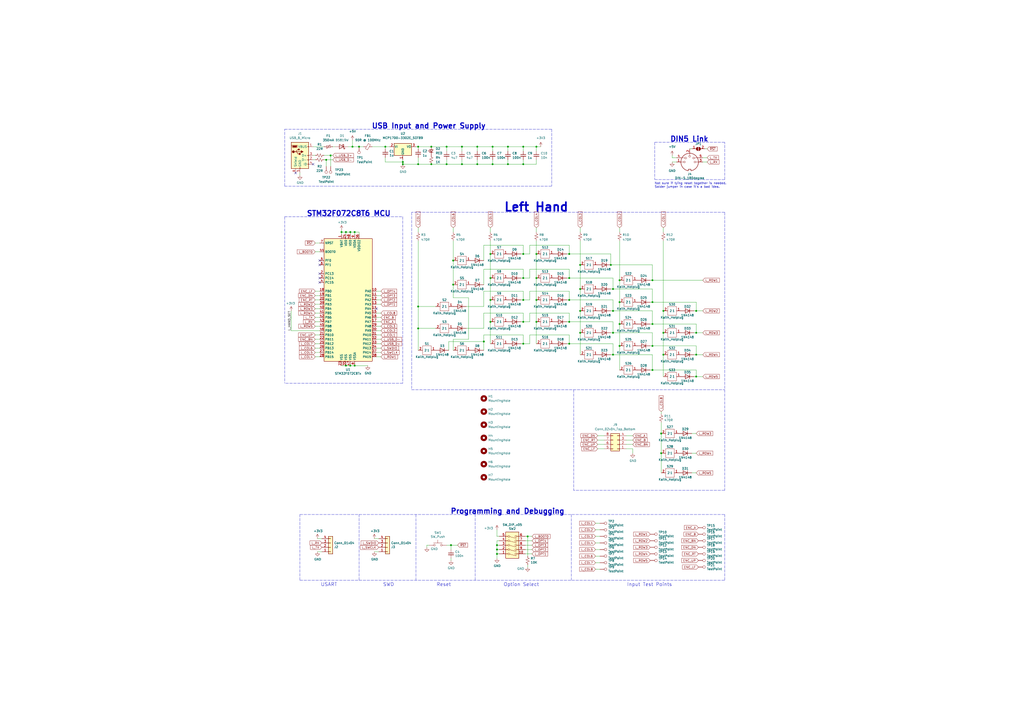
<source format=kicad_sch>
(kicad_sch (version 20211123) (generator eeschema)
  (paper "A2")
  (title_block (title "Thumbler Keyboard") (date "2021-11-27") (rev "0") (company "Strickland Electronics") (comment 1 "and Electronics Accessories"))
  (lib_symbols
    (symbol "Connector:DIN-5_180degree" (pin_names (offset 1.016))
      (property "Reference" "J" (at 3.175 5.715 0))
      (property "Value" "DIN-5_180degree" (at 0 -6.35 0))
      (symbol "DIN-5_180degree_1_1"
        (pin passive line (at -7.62 0 0) (length 2.54) (name "~") (number "1"))
        (pin passive line (at 0 7.62 270) (length 2.54) (name "~") (number "2"))
        (pin passive line (at 7.62 0 180) (length 2.54) (name "~") (number "3"))
        (pin passive line (at -7.62 2.54 0) (length 2.54) (name "~") (number "4"))
        (pin passive line (at 7.62 2.54 180) (length 2.54) (name "~") (number "5"))
      )
    )
    (symbol "Connector:TestPoint" (pin_numbers hide) (pin_names (offset 0.762) hide)
      (property "Reference" "TP" (at 0 6.858 0))
      (property "Value" "TestPoint" (at 0 5.08 0))
      (symbol "TestPoint_1_1"
        (pin passive line (at 0 0 90) (length 2.54) (name "1") (number "1"))
      )
    )
    (symbol "Connector:USB_B_Micro" (pin_names (offset 1.016))
      (property "Reference" "J" (at -5.08 11.43 0))
      (property "Value" "USB_B_Micro" (at -5.08 8.89 0))
      (symbol "USB_B_Micro_1_1"
        (pin power_out line (at 7.62 5.08 180) (length 2.54) (name "VBUS") (number "1"))
        (pin bidirectional line (at 7.62 -2.54 180) (length 2.54) (name "D-") (number "2"))
        (pin bidirectional line (at 7.62 0 180) (length 2.54) (name "D+") (number "3"))
        (pin passive line (at 7.62 -5.08 180) (length 2.54) (name "ID") (number "4"))
        (pin power_out line (at 0 -10.16 90) (length 2.54) (name "GND") (number "5"))
        (pin passive line (at -2.54 -10.16 90) (length 2.54) (name "Shield") (number "6"))
      )
    )
    (symbol "Connector_Generic:Conn_01x04" (pin_names (offset 1.016) hide)
      (property "Reference" "J" (at 0 5.08 0))
      (property "Value" "Conn_01x04" (at 0 -7.62 0))
      (symbol "Conn_01x04_1_1"
        (pin passive line (at -5.08 2.54 0) (length 3.81) (name "Pin_1") (number "1"))
        (pin passive line (at -5.08 0 0) (length 3.81) (name "Pin_2") (number "2"))
        (pin passive line (at -5.08 -2.54 0) (length 3.81) (name "Pin_3") (number "3"))
        (pin passive line (at -5.08 -5.08 0) (length 3.81) (name "Pin_4") (number "4"))
      )
    )
    (symbol "Connector_Generic:Conn_02x04_Top_Bottom" (pin_names (offset 1.016) hide)
      (property "Reference" "J" (at 1.27 5.08 0))
      (property "Value" "Conn_02x04_Top_Bottom" (at 1.27 -7.62 0))
      (symbol "Conn_02x04_Top_Bottom_1_1"
        (pin passive line (at -5.08 2.54 0) (length 3.81) (name "Pin_1") (number "1"))
        (pin passive line (at -5.08 0 0) (length 3.81) (name "Pin_2") (number "2"))
        (pin passive line (at -5.08 -2.54 0) (length 3.81) (name "Pin_3") (number "3"))
        (pin passive line (at -5.08 -5.08 0) (length 3.81) (name "Pin_4") (number "4"))
        (pin passive line (at 7.62 2.54 180) (length 3.81) (name "Pin_5") (number "5"))
        (pin passive line (at 7.62 0 180) (length 3.81) (name "Pin_6") (number "6"))
        (pin passive line (at 7.62 -2.54 180) (length 3.81) (name "Pin_7") (number "7"))
        (pin passive line (at 7.62 -5.08 180) (length 3.81) (name "Pin_8") (number "8"))
      )
    )
    (symbol "Device:C_Small" (pin_numbers hide) (pin_names (offset 0.254) hide)
      (property "Reference" "C" (at 0.254 1.778 0))
      (property "Value" "C_Small" (at 0.254 -2.032 0))
      (symbol "C_Small_1_1"
        (pin passive line (at 0 2.54 270) (length 2.032) (name "~") (number "1"))
        (pin passive line (at 0 -2.54 90) (length 2.032) (name "~") (number "2"))
      )
    )
    (symbol "Device:D_Schottky" (pin_numbers hide) (pin_names (offset 1.016) hide)
      (property "Reference" "D" (at 0 2.54 0))
      (property "Value" "D_Schottky" (at 0 -2.54 0))
      (symbol "D_Schottky_1_1"
        (pin passive line (at -3.81 0 0) (length 2.54) (name "K") (number "1"))
        (pin passive line (at 3.81 0 180) (length 2.54) (name "A") (number "2"))
      )
    )
    (symbol "Device:Ferrite_Bead_Small" (pin_numbers hide) (pin_names (offset 0))
      (property "Reference" "FB" (at 1.905 1.27 0))
      (property "Value" "Device_Ferrite_Bead_Small" (at 1.905 -1.27 0))
      (symbol "Ferrite_Bead_Small_1_1"
        (pin passive line (at 0 2.54 270) (length 1.27) (name "~") (number "1"))
        (pin passive line (at 0 -2.54 90) (length 1.27) (name "~") (number "2"))
      )
    )
    (symbol "Device:LED_Small" (pin_numbers hide) (pin_names (offset 0.254) hide)
      (property "Reference" "D" (at -1.27 3.175 0))
      (property "Value" "LED_Small" (at -4.445 -2.54 0))
      (symbol "LED_Small_1_1"
        (pin passive line (at -2.54 0 0) (length 1.778) (name "K") (number "1"))
        (pin passive line (at 2.54 0 180) (length 1.778) (name "A") (number "2"))
      )
    )
    (symbol "Device:Polyfuse_Small" (pin_numbers hide) (pin_names (offset 0))
      (property "Reference" "F" (at -1.905 0 90))
      (property "Value" "Polyfuse_Small" (at 1.905 0 90))
      (symbol "Polyfuse_Small_1_1"
        (pin passive line (at 0 2.54 270) (length 0.635) (name "~") (number "1"))
        (pin passive line (at 0 -2.54 90) (length 0.635) (name "~") (number "2"))
      )
    )
    (symbol "Device:R_Small_US" (pin_numbers hide) (pin_names (offset 0.254) hide)
      (property "Reference" "R" (at 0.762 0.508 0))
      (property "Value" "R_Small_US" (at 0.762 -1.016 0))
      (symbol "R_Small_US_1_1"
        (pin passive line (at 0 2.54 270) (length 1.016) (name "~") (number "1"))
        (pin passive line (at 0 -2.54 90) (length 1.016) (name "~") (number "2"))
      )
    )
    (symbol "Diode:1N4148" (pin_numbers hide) (pin_names (offset 1.016) hide)
      (property "Reference" "D" (at 0 2.54 0))
      (property "Value" "1N4148" (at 0 -2.54 0))
      (symbol "1N4148_1_1"
        (pin passive line (at -3.81 0 0) (length 2.54) (name "K") (number "1"))
        (pin passive line (at 3.81 0 180) (length 2.54) (name "A") (number "2"))
      )
    )
    (symbol "Jumper:SolderJumper_2_Open" (pin_names (offset 0) hide)
      (property "Reference" "JP" (at 0 2.032 0))
      (property "Value" "SolderJumper_2_Open" (at 0 -2.54 0))
      (symbol "SolderJumper_2_Open_1_1"
        (pin passive line (at -3.81 0 0) (length 2.54) (name "A") (number "1"))
        (pin passive line (at 3.81 0 180) (length 2.54) (name "B") (number "2"))
      )
    )
    (symbol "MCU_ST_STM32F0:STM32F072C8Tx"
      (property "Reference" "U" (at -15.24 36.83 0))
      (property "Value" "STM32F072C8Tx" (at 7.62 36.83 0))
      (symbol "STM32F072C8Tx_1_1"
        (pin power_in line (at -5.08 38.1 270) (length 2.54) (name "VBAT") (number "1"))
        (pin bidirectional line (at 15.24 5.08 180) (length 2.54) (name "PA0") (number "10"))
        (pin bidirectional line (at 15.24 2.54 180) (length 2.54) (name "PA1") (number "11"))
        (pin bidirectional line (at 15.24 0 180) (length 2.54) (name "PA2") (number "12"))
        (pin bidirectional line (at 15.24 -2.54 180) (length 2.54) (name "PA3") (number "13"))
        (pin bidirectional line (at 15.24 -5.08 180) (length 2.54) (name "PA4") (number "14"))
        (pin bidirectional line (at 15.24 -7.62 180) (length 2.54) (name "PA5") (number "15"))
        (pin bidirectional line (at 15.24 -10.16 180) (length 2.54) (name "PA6") (number "16"))
        (pin bidirectional line (at 15.24 -12.7 180) (length 2.54) (name "PA7") (number "17"))
        (pin bidirectional line (at -17.78 5.08 0) (length 2.54) (name "PB0") (number "18"))
        (pin bidirectional line (at -17.78 2.54 0) (length 2.54) (name "PB1") (number "19"))
        (pin bidirectional line (at -17.78 15.24 0) (length 2.54) (name "PC13") (number "2"))
        (pin bidirectional line (at -17.78 0 0) (length 2.54) (name "PB2") (number "20"))
        (pin bidirectional line (at -17.78 -20.32 0) (length 2.54) (name "PB10") (number "21"))
        (pin bidirectional line (at -17.78 -22.86 0) (length 2.54) (name "PB11") (number "22"))
        (pin power_in line (at -5.08 -38.1 90) (length 2.54) (name "VSS") (number "23"))
        (pin power_in line (at -2.54 38.1 270) (length 2.54) (name "VDD") (number "24"))
        (pin bidirectional line (at -17.78 -25.4 0) (length 2.54) (name "PB12") (number "25"))
        (pin bidirectional line (at -17.78 -27.94 0) (length 2.54) (name "PB13") (number "26"))
        (pin bidirectional line (at -17.78 -30.48 0) (length 2.54) (name "PB14") (number "27"))
        (pin bidirectional line (at -17.78 -33.02 0) (length 2.54) (name "PB15") (number "28"))
        (pin bidirectional line (at 15.24 -15.24 180) (length 2.54) (name "PA8") (number "29"))
        (pin bidirectional line (at -17.78 12.7 0) (length 2.54) (name "PC14") (number "3"))
        (pin bidirectional line (at 15.24 -17.78 180) (length 2.54) (name "PA9") (number "30"))
        (pin bidirectional line (at 15.24 -20.32 180) (length 2.54) (name "PA10") (number "31"))
        (pin bidirectional line (at 15.24 -22.86 180) (length 2.54) (name "PA11") (number "32"))
        (pin bidirectional line (at 15.24 -25.4 180) (length 2.54) (name "PA12") (number "33"))
        (pin bidirectional line (at 15.24 -27.94 180) (length 2.54) (name "PA13") (number "34"))
        (pin power_in line (at -2.54 -38.1 90) (length 2.54) (name "VSS") (number "35"))
        (pin power_in line (at 5.08 38.1 270) (length 2.54) (name "VDDIO2") (number "36"))
        (pin bidirectional line (at 15.24 -30.48 180) (length 2.54) (name "PA14") (number "37"))
        (pin bidirectional line (at 15.24 -33.02 180) (length 2.54) (name "PA15") (number "38"))
        (pin bidirectional line (at -17.78 -2.54 0) (length 2.54) (name "PB3") (number "39"))
        (pin bidirectional line (at -17.78 10.16 0) (length 2.54) (name "PC15") (number "4"))
        (pin bidirectional line (at -17.78 -5.08 0) (length 2.54) (name "PB4") (number "40"))
        (pin bidirectional line (at -17.78 -7.62 0) (length 2.54) (name "PB5") (number "41"))
        (pin bidirectional line (at -17.78 -10.16 0) (length 2.54) (name "PB6") (number "42"))
        (pin bidirectional line (at -17.78 -12.7 0) (length 2.54) (name "PB7") (number "43"))
        (pin input line (at -17.78 27.94 0) (length 2.54) (name "BOOT0") (number "44"))
        (pin bidirectional line (at -17.78 -15.24 0) (length 2.54) (name "PB8") (number "45"))
        (pin bidirectional line (at -17.78 -17.78 0) (length 2.54) (name "PB9") (number "46"))
        (pin power_in line (at 0 -38.1 90) (length 2.54) (name "VSS") (number "47"))
        (pin power_in line (at 0 38.1 270) (length 2.54) (name "VDD") (number "48"))
        (pin input line (at -17.78 22.86 0) (length 2.54) (name "PF0") (number "5"))
        (pin input line (at -17.78 20.32 0) (length 2.54) (name "PF1") (number "6"))
        (pin input line (at -17.78 33.02 0) (length 2.54) (name "NRST") (number "7"))
        (pin power_in line (at 2.54 -38.1 90) (length 2.54) (name "VSSA") (number "8"))
        (pin power_in line (at 2.54 38.1 270) (length 2.54) (name "VDDA") (number "9"))
      )
    )
    (symbol "Mechanical:MountingHole" (pin_names (offset 1.016))
      (property "Reference" "H" (at 0 5.08 0))
      (property "Value" "MountingHole" (at 0 3.175 0))
    )
    (symbol "Regulator_Linear:MCP1700-3302E_SOT89" (pin_names (offset 0.254))
      (property "Reference" "U" (at -3.81 3.175 0))
      (property "Value" "MCP1700-3302E_SOT89" (at 0 3.175 0))
      (symbol "MCP1700-3302E_SOT89_1_1"
        (pin power_in line (at 0 -7.62 90) (length 2.54) (name "GND") (number "1"))
        (pin power_in line (at -7.62 0 0) (length 2.54) (name "VI") (number "2"))
        (pin power_out line (at 7.62 0 180) (length 2.54) (name "VO") (number "3"))
      )
    )
    (symbol "Switch:SW_DIP_x05" (pin_names (offset 0) hide)
      (property "Reference" "SW" (at 0 8.89 0))
      (property "Value" "SW_DIP_x05" (at 0 -8.89 0))
      (symbol "SW_DIP_x05_1_1"
        (pin passive line (at -7.62 5.08 0) (length 5.08) (name "~") (number "1"))
        (pin passive line (at 7.62 5.08 180) (length 5.08) (name "~") (number "10"))
        (pin passive line (at -7.62 2.54 0) (length 5.08) (name "~") (number "2"))
        (pin passive line (at -7.62 0 0) (length 5.08) (name "~") (number "3"))
        (pin passive line (at -7.62 -2.54 0) (length 5.08) (name "~") (number "4"))
        (pin passive line (at -7.62 -5.08 0) (length 5.08) (name "~") (number "5"))
        (pin passive line (at 7.62 -5.08 180) (length 5.08) (name "~") (number "6"))
        (pin passive line (at 7.62 -2.54 180) (length 5.08) (name "~") (number "7"))
        (pin passive line (at 7.62 0 180) (length 5.08) (name "~") (number "8"))
        (pin passive line (at 7.62 2.54 180) (length 5.08) (name "~") (number "9"))
      )
    )
    (symbol "Switch:SW_Push" (pin_numbers hide) (pin_names (offset 1.016) hide)
      (property "Reference" "SW" (at 1.27 2.54 0))
      (property "Value" "SW_Push" (at 0 -1.524 0))
      (symbol "SW_Push_0_1"
        (pin passive line (at -5.08 0 0) (length 2.54) (name "1") (number "1"))
        (pin passive line (at 5.08 0 180) (length 2.54) (name "2") (number "2"))
      )
    )
    (symbol "kailh_hotplug_mx_plate:Kailh_Hotplug" (pin_names (offset 1.016))
      (property "Reference" "S" (at 0 6.35 0))
      (property "Value" "kailh_hotplug_mx_plate_Kailh_Hotplug" (at 0 -1.27 0))
      (symbol "Kailh_Hotplug_1_1"
        (pin bidirectional line (at -5.08 2.54 0) (length 2.54) (name "1") (number "1"))
        (pin bidirectional line (at 5.08 2.54 180) (length 2.54) (name "2") (number "2"))
      )
    )
    (symbol "power:+3V3" (power) (pin_names (offset 0))
      (property "Value" "+3V3" (at 0 3.556 0))
      (symbol "+3V3_1_1"
        (pin power_in line (at 0 0 90) (length 0) hide (name "+3V3") (number "1"))
      )
    )
    (symbol "power:+5V" (power) (pin_names (offset 0))
      (property "Value" "+5V" (at 0 3.556 0))
      (symbol "+5V_1_1"
        (pin power_in line (at 0 0 90) (length 0) hide (name "+5V") (number "1"))
      )
    )
    (symbol "power:GND" (power) (pin_names (offset 0))
      (property "Value" "GND" (at 0 -3.81 0))
      (symbol "GND_1_1"
        (pin power_in line (at 0 0 270) (length 0) hide (name "GND") (number "1"))
      )
    )
  )
  (junction (at 303.53 95.25))
  (junction (at 233.68 93.98))
  (junction (at 288.29 316.23))
  (junction (at 242.57 177.8))
  (junction (at 288.29 318.77))
  (junction (at 191.77 90.17))
  (junction (at 359.41 162.56))
  (junction (at 259.08 85.09))
  (junction (at 200.66 134.62))
  (junction (at 303.53 199.39))
  (junction (at 303.53 186.69))
  (junction (at 330.2 186.69))
  (junction (at 242.57 95.25))
  (junction (at 208.28 85.09))
  (junction (at 384.81 180.34))
  (junction (at 203.2 212.09))
  (junction (at 285.75 95.25))
  (junction (at 330.2 161.29))
  (junction (at 200.66 212.09))
  (junction (at 284.48 161.29))
  (junction (at 267.97 85.09))
  (junction (at 355.6 167.64))
  (junction (at 378.46 162.56))
  (junction (at 284.48 173.99))
  (junction (at 378.46 214.63))
  (junction (at 205.74 212.09))
  (junction (at 276.86 95.25))
  (junction (at 384.81 205.74))
  (junction (at 306.07 311.15))
  (junction (at 284.48 147.32))
  (junction (at 355.6 205.74))
  (junction (at 198.12 134.62))
  (junction (at 311.15 85.09))
  (junction (at 303.53 147.32))
  (junction (at 359.41 200.66))
  (junction (at 288.29 321.31))
  (junction (at 354.33 153.67))
  (junction (at 384.81 193.04))
  (junction (at 242.57 85.09))
  (junction (at 403.86 205.74))
  (junction (at 262.89 151.13))
  (junction (at 250.19 85.09))
  (junction (at 276.86 85.09))
  (junction (at 378.46 200.66))
  (junction (at 189.23 92.71))
  (junction (at 355.6 180.34))
  (junction (at 261.62 316.23))
  (junction (at 285.75 85.09))
  (junction (at 311.15 186.69))
  (junction (at 355.6 193.04))
  (junction (at 378.46 175.26))
  (junction (at 336.55 167.64))
  (junction (at 359.41 187.96))
  (junction (at 250.19 95.25))
  (junction (at 330.2 147.32))
  (junction (at 383.54 262.89))
  (junction (at 223.52 85.09))
  (junction (at 233.68 95.25))
  (junction (at 280.67 198.12))
  (junction (at 284.48 186.69))
  (junction (at 267.97 95.25))
  (junction (at 303.53 85.09))
  (junction (at 311.15 147.32))
  (junction (at 383.54 251.46))
  (junction (at 336.55 193.04))
  (junction (at 203.2 134.62))
  (junction (at 242.57 190.5))
  (junction (at 403.86 218.44))
  (junction (at 378.46 187.96))
  (junction (at 403.86 193.04))
  (junction (at 294.64 95.25))
  (junction (at 262.89 165.1))
  (junction (at 336.55 180.34))
  (junction (at 303.53 161.29))
  (junction (at 359.41 175.26))
  (junction (at 294.64 85.09))
  (junction (at 205.74 134.62))
  (junction (at 204.47 85.09))
  (junction (at 336.55 153.67))
  (junction (at 330.2 199.39))
  (junction (at 311.15 161.29))
  (junction (at 303.53 173.99))
  (junction (at 403.86 180.34))
  (junction (at 259.08 95.25))
  (junction (at 311.15 173.99))
  (junction (at 330.2 173.99))
  (no_connect (at 181.61 95.25))
  (no_connect (at 171.45 100.33))
  (no_connect (at 185.42 163.83))
  (no_connect (at 185.42 151.13))
  (no_connect (at 185.42 161.29))
  (no_connect (at 185.42 158.75))
  (no_connect (at 218.44 179.07))
  (no_connect (at 185.42 153.67))
  (wire (pts (xy 345.44 311.15) (xy 347.98 311.15)))
  (wire (pts (xy 284.48 147.32) (xy 284.48 161.29)))
  (wire (pts (xy 303.53 85.09) (xy 303.53 87.63)))
  (wire (pts (xy 359.41 162.56) (xy 359.41 139.7)))
  (wire (pts (xy 336.55 167.64) (xy 336.55 153.67)))
  (wire (pts (xy 345.44 330.2) (xy 347.98 330.2)))
  (wire (pts (xy 355.6 193.04) (xy 378.46 193.04)))
  (wire (pts (xy 223.52 86.36) (xy 223.52 85.09)))
  (wire (pts (xy 168.91 191.77) (xy 168.91 180.34)))
  (wire (pts (xy 218.44 201.93) (xy 220.98 201.93)))
  (wire (pts (xy 280.67 203.2) (xy 280.67 198.12)))
  (wire (pts (xy 359.41 132.08) (xy 359.41 134.62)))
  (wire (pts (xy 288.29 307.34) (xy 288.29 311.15)))
  (wire (pts (xy 401.32 251.46) (xy 403.86 251.46)))
  (wire (pts (xy 193.04 92.71) (xy 189.23 92.71)))
  (wire (pts (xy 403.86 200.66) (xy 403.86 205.74)))
  (wire (pts (xy 208.28 134.62) (xy 208.28 135.89)))
  (wire (pts (xy 267.97 85.09) (xy 276.86 85.09)))
  (wire (pts (xy 307.34 194.31) (xy 330.2 194.31)))
  (wire (pts (xy 330.2 147.32) (xy 354.33 147.32)))
  (wire (pts (xy 328.93 161.29) (xy 330.2 161.29)))
  (wire (pts (xy 304.8 318.77) (xy 308.61 318.77)))
  (wire (pts (xy 270.51 190.5) (xy 280.67 190.5)))
  (wire (pts (xy 345.44 307.34) (xy 347.98 307.34)))
  (wire (pts (xy 407.67 218.44) (xy 403.86 218.44)))
  (polyline (pts (xy 233.68 125.73) (xy 233.68 222.25)))
  (wire (pts (xy 198.12 212.09) (xy 200.66 212.09)))
  (wire (pts (xy 250.19 95.25) (xy 259.08 95.25)))
  (wire (pts (xy 270.51 177.8) (xy 280.67 177.8)))
  (wire (pts (xy 182.88 184.15) (xy 185.42 184.15)))
  (wire (pts (xy 303.53 173.99) (xy 307.34 173.99)))
  (wire (pts (xy 378.46 214.63) (xy 403.86 214.63)))
  (wire (pts (xy 328.93 199.39) (xy 330.2 199.39)))
  (wire (pts (xy 242.57 177.8) (xy 242.57 190.5)))
  (polyline (pts (xy 173.99 336.55) (xy 173.99 298.45)))
  (wire (pts (xy 378.46 162.56) (xy 377.19 162.56)))
  (wire (pts (xy 185.42 186.69) (xy 182.88 186.69)))
  (wire (pts (xy 407.67 91.44) (xy 410.21 91.44)))
  (wire (pts (xy 336.55 180.34) (xy 336.55 193.04)))
  (wire (pts (xy 401.32 262.89) (xy 403.86 262.89)))
  (wire (pts (xy 355.6 180.34) (xy 378.46 180.34)))
  (wire (pts (xy 262.89 172.72) (xy 271.78 172.72)))
  (wire (pts (xy 182.88 196.85) (xy 185.42 196.85)))
  (polyline (pts (xy 165.1 107.95) (xy 320.04 107.95)))
  (wire (pts (xy 401.32 274.32) (xy 403.86 274.32)))
  (wire (pts (xy 407.67 193.04) (xy 403.86 193.04)))
  (wire (pts (xy 311.15 186.69) (xy 311.15 199.39)))
  (wire (pts (xy 302.26 147.32) (xy 303.53 147.32)))
  (wire (pts (xy 204.47 81.28) (xy 204.47 85.09)))
  (wire (pts (xy 355.6 161.29) (xy 355.6 167.64)))
  (wire (pts (xy 242.57 85.09) (xy 250.19 85.09)))
  (wire (pts (xy 302.26 199.39) (xy 303.53 199.39)))
  (polyline (pts (xy 165.1 125.73) (xy 233.68 125.73)))
  (wire (pts (xy 261.62 316.23) (xy 265.43 316.23)))
  (wire (pts (xy 294.64 85.09) (xy 303.53 85.09)))
  (wire (pts (xy 403.86 218.44) (xy 402.59 218.44)))
  (wire (pts (xy 280.67 177.8) (xy 280.67 168.91)))
  (wire (pts (xy 280.67 151.13) (xy 280.67 142.24)))
  (wire (pts (xy 306.07 327.66) (xy 306.07 328.93)))
  (wire (pts (xy 284.48 132.08) (xy 284.48 134.62)))
  (wire (pts (xy 198.12 134.62) (xy 200.66 134.62)))
  (wire (pts (xy 378.46 187.96) (xy 403.86 187.96)))
  (wire (pts (xy 203.2 134.62) (xy 205.74 134.62)))
  (wire (pts (xy 303.53 95.25) (xy 294.64 95.25)))
  (wire (pts (xy 218.44 186.69) (xy 220.98 186.69)))
  (wire (pts (xy 189.23 96.52) (xy 189.23 92.71)))
  (wire (pts (xy 354.33 180.34) (xy 355.6 180.34)))
  (wire (pts (xy 407.67 180.34) (xy 403.86 180.34)))
  (wire (pts (xy 186.69 312.42) (xy 184.15 312.42)))
  (wire (pts (xy 302.26 186.69) (xy 303.53 186.69)))
  (wire (pts (xy 378.46 175.26) (xy 403.86 175.26)))
  (wire (pts (xy 288.29 311.15) (xy 289.56 311.15)))
  (wire (pts (xy 346.71 252.73) (xy 350.52 252.73)))
  (wire (pts (xy 168.91 191.77) (xy 185.42 191.77)))
  (wire (pts (xy 378.46 153.67) (xy 378.46 162.56)))
  (wire (pts (xy 182.88 199.39) (xy 185.42 199.39)))
  (wire (pts (xy 311.15 139.7) (xy 311.15 147.32)))
  (wire (pts (xy 280.67 156.21) (xy 280.67 165.1)))
  (wire (pts (xy 220.98 194.31) (xy 218.44 194.31)))
  (wire (pts (xy 241.3 85.09) (xy 242.57 85.09)))
  (wire (pts (xy 407.67 205.74) (xy 403.86 205.74)))
  (wire (pts (xy 328.93 147.32) (xy 330.2 147.32)))
  (wire (pts (xy 403.86 187.96) (xy 403.86 193.04)))
  (wire (pts (xy 187.96 92.71) (xy 189.23 92.71)))
  (wire (pts (xy 288.29 316.23) (xy 288.29 313.69)))
  (wire (pts (xy 284.48 173.99) (xy 284.48 186.69)))
  (wire (pts (xy 205.74 134.62) (xy 205.74 135.89)))
  (wire (pts (xy 330.2 181.61) (xy 330.2 186.69)))
  (wire (pts (xy 262.89 151.13) (xy 262.89 165.1)))
  (wire (pts (xy 359.41 187.96) (xy 359.41 200.66)))
  (wire (pts (xy 377.19 187.96) (xy 378.46 187.96)))
  (polyline (pts (xy 331.47 298.45) (xy 331.47 336.55)))
  (wire (pts (xy 219.71 312.42) (xy 217.17 312.42)))
  (wire (pts (xy 311.15 85.09) (xy 313.69 85.09)))
  (wire (pts (xy 191.77 90.17) (xy 191.77 96.52)))
  (polyline (pts (xy 420.37 123.19) (xy 238.76 123.19)))
  (polyline (pts (xy 241.3 298.45) (xy 241.3 336.55)))
  (wire (pts (xy 284.48 139.7) (xy 284.48 147.32)))
  (wire (pts (xy 328.93 173.99) (xy 330.2 173.99)))
  (wire (pts (xy 294.64 85.09) (xy 294.64 87.63)))
  (polyline (pts (xy 420.37 284.48) (xy 332.74 284.48)))
  (wire (pts (xy 378.46 193.04) (xy 378.46 200.66)))
  (wire (pts (xy 233.68 92.71) (xy 233.68 93.98)))
  (wire (pts (xy 208.28 85.09) (xy 210.82 85.09)))
  (wire (pts (xy 288.29 316.23) (xy 289.56 316.23)))
  (wire (pts (xy 267.97 95.25) (xy 267.97 92.71)))
  (wire (pts (xy 223.52 85.09) (xy 215.9 85.09)))
  (wire (pts (xy 367.03 257.81) (xy 363.22 257.81)))
  (wire (pts (xy 205.74 134.62) (xy 208.28 134.62)))
  (wire (pts (xy 400.05 86.36) (xy 401.32 86.36)))
  (wire (pts (xy 346.71 255.27) (xy 350.52 255.27)))
  (wire (pts (xy 182.88 168.91) (xy 185.42 168.91)))
  (wire (pts (xy 276.86 92.71) (xy 276.86 95.25)))
  (polyline (pts (xy 238.76 123.19) (xy 238.76 226.06)))
  (wire (pts (xy 267.97 85.09) (xy 267.97 87.63)))
  (wire (pts (xy 247.65 317.5) (xy 247.65 316.23)))
  (wire (pts (xy 389.89 91.44) (xy 392.43 91.44)))
  (wire (pts (xy 261.62 316.23) (xy 261.62 318.77)))
  (wire (pts (xy 182.88 176.53) (xy 185.42 176.53)))
  (wire (pts (xy 307.34 161.29) (xy 307.34 156.21)))
  (wire (pts (xy 389.89 90.17) (xy 389.89 91.44)))
  (wire (pts (xy 303.53 168.91) (xy 303.53 173.99)))
  (wire (pts (xy 407.67 162.56) (xy 378.46 162.56)))
  (wire (pts (xy 377.19 214.63) (xy 378.46 214.63)))
  (wire (pts (xy 367.03 255.27) (xy 363.22 255.27)))
  (wire (pts (xy 346.71 257.81) (xy 350.52 257.81)))
  (wire (pts (xy 345.44 326.39) (xy 347.98 326.39)))
  (wire (pts (xy 204.47 85.09) (xy 201.93 85.09)))
  (wire (pts (xy 304.8 316.23) (xy 308.61 316.23)))
  (wire (pts (xy 261.62 325.12) (xy 261.62 323.85)))
  (polyline (pts (xy 165.1 125.73) (xy 165.1 222.25)))
  (polyline (pts (xy 379.73 82.55) (xy 379.73 104.14)))
  (wire (pts (xy 359.41 175.26) (xy 359.41 187.96)))
  (wire (pts (xy 367.03 252.73) (xy 363.22 252.73)))
  (wire (pts (xy 280.67 194.31) (xy 303.53 194.31)))
  (wire (pts (xy 191.77 90.17) (xy 193.04 90.17)))
  (wire (pts (xy 377.19 175.26) (xy 378.46 175.26)))
  (wire (pts (xy 200.66 134.62) (xy 200.66 135.89)))
  (wire (pts (xy 330.2 173.99) (xy 355.6 173.99)))
  (wire (pts (xy 384.81 205.74) (xy 384.81 218.44)))
  (wire (pts (xy 182.88 173.99) (xy 185.42 173.99)))
  (polyline (pts (xy 173.99 298.45) (xy 420.37 298.45)))
  (wire (pts (xy 377.19 200.66) (xy 378.46 200.66)))
  (wire (pts (xy 217.17 320.04) (xy 219.71 320.04)))
  (wire (pts (xy 226.06 85.09) (xy 223.52 85.09)))
  (wire (pts (xy 359.41 175.26) (xy 359.41 162.56)))
  (wire (pts (xy 330.2 168.91) (xy 330.2 173.99)))
  (wire (pts (xy 378.46 167.64) (xy 378.46 175.26)))
  (wire (pts (xy 311.15 92.71) (xy 311.15 95.25)))
  (wire (pts (xy 242.57 95.25) (xy 233.68 95.25)))
  (wire (pts (xy 403.86 175.26) (xy 403.86 180.34)))
  (wire (pts (xy 354.33 193.04) (xy 355.6 193.04)))
  (wire (pts (xy 306.07 311.15) (xy 308.61 311.15)))
  (wire (pts (xy 330.2 156.21) (xy 307.34 156.21)))
  (wire (pts (xy 403.86 180.34) (xy 402.59 180.34)))
  (wire (pts (xy 367.03 260.35) (xy 367.03 262.89)))
  (wire (pts (xy 285.75 85.09) (xy 285.75 87.63)))
  (wire (pts (xy 303.53 142.24) (xy 303.53 147.32)))
  (wire (pts (xy 242.57 132.08) (xy 242.57 134.62)))
  (wire (pts (xy 303.53 156.21) (xy 303.53 161.29)))
  (wire (pts (xy 276.86 85.09) (xy 285.75 85.09)))
  (wire (pts (xy 204.47 85.09) (xy 208.28 85.09)))
  (wire (pts (xy 383.54 262.89) (xy 383.54 274.32)))
  (wire (pts (xy 307.34 199.39) (xy 307.34 194.31)))
  (wire (pts (xy 330.2 142.24) (xy 307.34 142.24)))
  (wire (pts (xy 182.88 204.47) (xy 185.42 204.47)))
  (wire (pts (xy 307.34 147.32) (xy 307.34 142.24)))
  (wire (pts (xy 384.81 132.08) (xy 384.81 134.62)))
  (wire (pts (xy 271.78 196.85) (xy 262.89 196.85)))
  (wire (pts (xy 259.08 95.25) (xy 267.97 95.25)))
  (wire (pts (xy 182.88 201.93) (xy 185.42 201.93)))
  (wire (pts (xy 303.53 186.69) (xy 307.34 186.69)))
  (wire (pts (xy 336.55 139.7) (xy 336.55 153.67)))
  (wire (pts (xy 302.26 161.29) (xy 303.53 161.29)))
  (wire (pts (xy 303.53 95.25) (xy 303.53 92.71)))
  (wire (pts (xy 259.08 95.25) (xy 259.08 92.71)))
  (wire (pts (xy 354.33 167.64) (xy 355.6 167.64)))
  (wire (pts (xy 311.15 161.29) (xy 311.15 173.99)))
  (wire (pts (xy 336.55 167.64) (xy 336.55 180.34)))
  (wire (pts (xy 355.6 167.64) (xy 378.46 167.64)))
  (wire (pts (xy 389.89 93.98) (xy 392.43 93.98)))
  (wire (pts (xy 403.86 205.74) (xy 402.59 205.74)))
  (wire (pts (xy 354.33 205.74) (xy 355.6 205.74)))
  (wire (pts (xy 200.66 134.62) (xy 203.2 134.62)))
  (wire (pts (xy 303.53 95.25) (xy 311.15 95.25)))
  (wire (pts (xy 267.97 95.25) (xy 276.86 95.25)))
  (wire (pts (xy 410.21 93.98) (xy 407.67 93.98)))
  (wire (pts (xy 218.44 204.47) (xy 220.98 204.47)))
  (wire (pts (xy 182.88 181.61) (xy 185.42 181.61)))
  (wire (pts (xy 181.61 85.09) (xy 187.96 85.09)))
  (wire (pts (xy 182.88 207.01) (xy 185.42 207.01)))
  (wire (pts (xy 336.55 193.04) (xy 336.55 205.74)))
  (wire (pts (xy 303.53 85.09) (xy 311.15 85.09)))
  (wire (pts (xy 307.34 173.99) (xy 307.34 168.91)))
  (wire (pts (xy 306.07 311.15) (xy 306.07 322.58)))
  (wire (pts (xy 173.99 101.6) (xy 173.99 100.33)))
  (polyline (pts (xy 420.37 336.55) (xy 420.37 298.45)))
  (wire (pts (xy 403.86 214.63) (xy 403.86 218.44)))
  (wire (pts (xy 280.67 168.91) (xy 303.53 168.91)))
  (wire (pts (xy 384.81 139.7) (xy 384.81 180.34)))
  (wire (pts (xy 271.78 172.72) (xy 271.78 196.85)))
  (wire (pts (xy 198.12 133.35) (xy 198.12 134.62)))
  (wire (pts (xy 303.53 199.39) (xy 307.34 199.39)))
  (wire (pts (xy 355.6 173.99) (xy 355.6 180.34)))
  (wire (pts (xy 218.44 199.39) (xy 220.98 199.39)))
  (wire (pts (xy 218.44 184.15) (xy 220.98 184.15)))
  (wire (pts (xy 288.29 318.77) (xy 288.29 316.23)))
  (wire (pts (xy 242.57 91.44) (xy 242.57 95.25)))
  (wire (pts (xy 311.15 132.08) (xy 311.15 134.62)))
  (wire (pts (xy 285.75 85.09) (xy 294.64 85.09)))
  (wire (pts (xy 203.2 134.62) (xy 203.2 135.89)))
  (wire (pts (xy 248.92 316.23) (xy 247.65 316.23)))
  (wire (pts (xy 262.89 165.1) (xy 262.89 172.72)))
  (wire (pts (xy 383.54 245.11) (xy 383.54 251.46)))
  (wire (pts (xy 302.26 173.99) (xy 303.53 173.99)))
  (wire (pts (xy 233.68 93.98) (xy 233.68 95.25)))
  (wire (pts (xy 280.67 142.24) (xy 303.53 142.24)))
  (wire (pts (xy 218.44 196.85) (xy 220.98 196.85)))
  (wire (pts (xy 378.46 200.66) (xy 403.86 200.66)))
  (wire (pts (xy 408.94 86.36) (xy 410.21 86.36)))
  (wire (pts (xy 218.44 173.99) (xy 220.98 173.99)))
  (wire (pts (xy 328.93 186.69) (xy 330.2 186.69)))
  (wire (pts (xy 276.86 85.09) (xy 276.86 87.63)))
  (wire (pts (xy 223.52 93.98) (xy 233.68 93.98)))
  (wire (pts (xy 187.96 90.17) (xy 191.77 90.17)))
  (wire (pts (xy 304.8 313.69) (xy 308.61 313.69)))
  (wire (pts (xy 330.2 161.29) (xy 355.6 161.29)))
  (wire (pts (xy 181.61 92.71) (xy 182.88 92.71)))
  (wire (pts (xy 182.88 179.07) (xy 185.42 179.07)))
  (wire (pts (xy 280.67 156.21) (xy 303.53 156.21)))
  (wire (pts (xy 260.35 198.12) (xy 280.67 198.12)))
  (wire (pts (xy 185.42 140.97) (xy 182.88 140.97)))
  (wire (pts (xy 280.67 190.5) (xy 280.67 181.61)))
  (wire (pts (xy 345.44 322.58) (xy 347.98 322.58)))
  (wire (pts (xy 288.29 313.69) (xy 289.56 313.69)))
  (wire (pts (xy 198.12 135.89) (xy 198.12 134.62)))
  (wire (pts (xy 185.42 146.05) (xy 182.88 146.05)))
  (wire (pts (xy 182.88 194.31) (xy 185.42 194.31)))
  (wire (pts (xy 345.44 314.96) (xy 347.98 314.96)))
  (wire (pts (xy 354.33 147.32) (xy 354.33 153.67)))
  (wire (pts (xy 205.74 212.09) (xy 213.36 212.09)))
  (wire (pts (xy 294.64 95.25) (xy 294.64 92.71)))
  (wire (pts (xy 303.53 161.29) (xy 307.34 161.29)))
  (wire (pts (xy 280.67 181.61) (xy 303.53 181.61)))
  (wire (pts (xy 284.48 199.39) (xy 284.48 186.69)))
  (wire (pts (xy 303.53 194.31) (xy 303.53 199.39)))
  (polyline (pts (xy 332.74 226.06) (xy 332.74 284.48)))
  (wire (pts (xy 218.44 168.91) (xy 220.98 168.91)))
  (wire (pts (xy 259.08 85.09) (xy 267.97 85.09)))
  (wire (pts (xy 367.03 260.35) (xy 363.22 260.35)))
  (polyline (pts (xy 320.04 74.93) (xy 320.04 107.95)))
  (wire (pts (xy 403.86 193.04) (xy 402.59 193.04)))
  (wire (pts (xy 330.2 156.21) (xy 330.2 161.29)))
  (wire (pts (xy 330.2 194.31) (xy 330.2 199.39)))
  (wire (pts (xy 262.89 196.85) (xy 262.89 203.2)))
  (polyline (pts (xy 233.68 222.25) (xy 165.1 222.25)))
  (wire (pts (xy 359.41 200.66) (xy 359.41 214.63)))
  (wire (pts (xy 288.29 318.77) (xy 289.56 318.77)))
  (wire (pts (xy 218.44 181.61) (xy 220.98 181.61)))
  (wire (pts (xy 285.75 95.25) (xy 294.64 95.25)))
  (wire (pts (xy 330.2 186.69) (xy 355.6 186.69)))
  (wire (pts (xy 223.52 91.44) (xy 223.52 93.98)))
  (wire (pts (xy 383.54 251.46) (xy 383.54 262.89)))
  (wire (pts (xy 284.48 161.29) (xy 284.48 173.99)))
  (wire (pts (xy 378.46 153.67) (xy 354.33 153.67)))
  (wire (pts (xy 200.66 212.09) (xy 203.2 212.09)))
  (wire (pts (xy 285.75 92.71) (xy 285.75 95.25)))
  (polyline (pts (xy 420.37 104.14) (xy 379.73 104.14)))
  (wire (pts (xy 182.88 189.23) (xy 185.42 189.23)))
  (wire (pts (xy 259.08 85.09) (xy 259.08 87.63)))
  (wire (pts (xy 355.6 205.74) (xy 378.46 205.74)))
  (polyline (pts (xy 208.28 336.55) (xy 208.28 298.45)))
  (wire (pts (xy 242.57 177.8) (xy 252.73 177.8)))
  (wire (pts (xy 378.46 205.74) (xy 378.46 214.63)))
  (wire (pts (xy 384.81 193.04) (xy 384.81 180.34)))
  (wire (pts (xy 288.29 321.31) (xy 288.29 318.77)))
  (wire (pts (xy 345.44 303.53) (xy 347.98 303.53)))
  (wire (pts (xy 262.89 139.7) (xy 262.89 151.13)))
  (wire (pts (xy 280.67 198.12) (xy 280.67 194.31)))
  (wire (pts (xy 242.57 95.25) (xy 250.19 95.25)))
  (wire (pts (xy 330.2 168.91) (xy 307.34 168.91)))
  (polyline (pts (xy 420.37 104.14) (xy 420.37 82.55)))
  (wire (pts (xy 303.53 147.32) (xy 307.34 147.32)))
  (wire (pts (xy 242.57 85.09) (xy 242.57 86.36)))
  (wire (pts (xy 307.34 186.69) (xy 307.34 181.61)))
  (wire (pts (xy 259.08 316.23) (xy 261.62 316.23)))
  (wire (pts (xy 218.44 176.53) (xy 220.98 176.53)))
  (wire (pts (xy 311.15 147.32) (xy 311.15 161.29)))
  (wire (pts (xy 384.81 193.04) (xy 384.81 205.74)))
  (polyline (pts (xy 165.1 74.93) (xy 320.04 74.93)))
  (polyline (pts (xy 420.37 123.19) (xy 420.37 284.48)))
  (polyline (pts (xy 173.99 336.55) (xy 420.37 336.55)))
  (wire (pts (xy 242.57 190.5) (xy 242.57 203.2)))
  (polyline (pts (xy 420.37 82.55) (xy 379.73 82.55)))
  (wire (pts (xy 276.86 95.25) (xy 285.75 95.25)))
  (wire (pts (xy 330.2 142.24) (xy 330.2 147.32)))
  (wire (pts (xy 260.35 203.2) (xy 260.35 198.12)))
  (wire (pts (xy 262.89 132.08) (xy 262.89 134.62)))
  (wire (pts (xy 218.44 207.01) (xy 220.98 207.01)))
  (wire (pts (xy 355.6 199.39) (xy 355.6 205.74)))
  (wire (pts (xy 181.61 90.17) (xy 182.88 90.17)))
  (wire (pts (xy 220.98 191.77) (xy 218.44 191.77)))
  (wire (pts (xy 304.8 311.15) (xy 306.07 311.15)))
  (polyline (pts (xy 165.1 107.95) (xy 165.1 74.93)))
  (wire (pts (xy 355.6 186.69) (xy 355.6 193.04)))
  (wire (pts (xy 289.56 321.31) (xy 288.29 321.31)))
  (wire (pts (xy 185.42 171.45) (xy 182.88 171.45)))
  (polyline (pts (xy 275.59 336.55) (xy 275.59 298.45)))
  (wire (pts (xy 252.73 190.5) (xy 242.57 190.5)))
  (wire (pts (xy 242.57 139.7) (xy 242.57 177.8)))
  (wire (pts (xy 378.46 180.34) (xy 378.46 187.96)))
  (wire (pts (xy 303.53 181.61) (xy 303.53 186.69)))
  (wire (pts (xy 346.71 260.35) (xy 350.52 260.35)))
  (wire (pts (xy 220.98 189.23) (xy 218.44 189.23)))
  (wire (pts (xy 218.44 171.45) (xy 220.98 171.45)))
  (wire (pts (xy 330.2 199.39) (xy 355.6 199.39)))
  (polyline (pts (xy 238.76 226.06) (xy 420.37 226.06)))
  (wire (pts (xy 203.2 212.09) (xy 205.74 212.09)))
  (wire (pts (xy 184.15 320.04) (xy 186.69 320.04)))
  (wire (pts (xy 193.04 85.09) (xy 194.31 85.09)))
  (wire (pts (xy 311.15 85.09) (xy 311.15 87.63)))
  (wire (pts (xy 307.34 181.61) (xy 330.2 181.61)))
  (wire (pts (xy 345.44 318.77) (xy 347.98 318.77)))
  (wire (pts (xy 311.15 173.99) (xy 311.15 186.69)))
  (wire (pts (xy 288.29 321.31) (xy 288.29 323.85)))
  (wire (pts (xy 383.54 238.76) (xy 383.54 240.03)))
  (wire (pts (xy 304.8 321.31) (xy 308.61 321.31)))
  (wire (pts (xy 250.19 85.09) (xy 259.08 85.09)))
  (wire (pts (xy 336.55 132.08) (xy 336.55 134.62)))
  (text "Option Select" (at 292.1 340.36 0) (effects (font (size 2.0066 2.0066)) (justify left bottom)))
  (text "Reset" (at 261.62 340.36 180) (effects (font (size 2.0066 2.0066)) (justify right bottom)))
  (text "Programming and Debugging" (at 327.66 298.45 180) (effects (font (size 2.9972 2.9972) (thickness 0.5994) bold) (justify right bottom)))
  (text "USB Input and Power Supply" (at 281.94 74.93 180) (effects (font (size 2.9972 2.9972) (thickness 0.5994) bold) (justify right bottom)))
  (text "DIN5 Link" (at 388.62 82.55 0) (effects (font (size 2.9972 2.9972) (thickness 0.5994) bold) (justify left bottom)))
  (text "USART" (at 195.58 340.36 180) (effects (font (size 2.0066 2.0066)) (justify right bottom)))
  (text "STM32F072C8T6 MCU" (at 177.8 125.73 0) (effects (font (size 2.9972 2.9972) (thickness 0.5994) bold) (justify left bottom)))
  (text "SWD" (at 228.6 340.36 180) (effects (font (size 2.0066 2.0066)) (justify right bottom)))
  (text "Not sure if tying reset together is needed.\nSolder jumper in case it's a bad idea." (at 379.73 109.22 0) (effects (font (size 1.27 1.27)) (justify left bottom)))
  (text "Input Test Points" (at 389.89 340.36 180) (effects (font (size 2.0066 2.0066)) (justify right bottom)))
  (text "Left Hand" (at 292.1 123.19 0) (effects (font (size 5.0038 5.0038) (thickness 1.0008) bold) (justify left bottom)))
  (label "L_HAND_SET" (at 168.91 180.34 270))
  (global_label "L_COL3" (shape input) (at 336.55 132.08 90) (property "Intersheet References" "${INTERSHEET_REFS}" (effects hide)))
  (global_label "L_ROW4" (shape input) (at 407.67 205.74 0) (property "Intersheet References" "${INTERSHEET_REFS}" (effects hide)))
  (global_label "L_OPT3" (shape input) (at 220.98 171.45 0) (property "Intersheet References" "${INTERSHEET_REFS}" (effects hide)))
  (global_label "ENC_B" (shape input) (at 405.13 309.88 180) (property "Intersheet References" "${INTERSHEET_REFS}" (effects hide)))
  (global_label "~{RST}" (shape input) (at 265.43 316.23 0) (property "Intersheet References" "${INTERSHEET_REFS}" (effects hide)))
  (global_label "L_COL8" (shape input) (at 345.44 330.2 180) (property "Intersheet References" "${INTERSHEET_REFS}" (effects hide)))
  (global_label "ENC_B" (shape input) (at 220.98 184.15 0) (property "Intersheet References" "${INTERSHEET_REFS}" (effects hide)))
  (global_label "L_ROW5" (shape input) (at 377.19 325.12 180) (property "Intersheet References" "${INTERSHEET_REFS}" (effects hide)))
  (global_label "L_COL4" (shape input) (at 311.15 132.08 90) (property "Intersheet References" "${INTERSHEET_REFS}" (effects hide)))
  (global_label "L_SWDIO" (shape input) (at 219.71 314.96 180) (property "Intersheet References" "${INTERSHEET_REFS}" (effects hide)))
  (global_label "L_OPT2" (shape input) (at 220.98 173.99 0) (property "Intersheet References" "${INTERSHEET_REFS}" (effects hide)))
  (global_label "L_SWCLK" (shape input) (at 219.71 317.5 180) (property "Intersheet References" "${INTERSHEET_REFS}" (effects hide)))
  (global_label "L_COL8" (shape input) (at 383.54 238.76 90) (property "Intersheet References" "${INTERSHEET_REFS}" (effects hide)))
  (global_label "L_COL1" (shape input) (at 384.81 132.08 90) (property "Intersheet References" "${INTERSHEET_REFS}" (effects hide)))
  (global_label "L_RX" (shape input) (at 186.69 314.96 180) (property "Intersheet References" "${INTERSHEET_REFS}" (effects hide)))
  (global_label "L_OPT4" (shape input) (at 220.98 168.91 0) (property "Intersheet References" "${INTERSHEET_REFS}" (effects hide)))
  (global_label "ENC_DN" (shape input) (at 346.71 252.73 180) (property "Intersheet References" "${INTERSHEET_REFS}" (effects hide)))
  (global_label "L_ROW5" (shape input) (at 182.88 189.23 180) (property "Intersheet References" "${INTERSHEET_REFS}" (effects hide)))
  (global_label "L_TX" (shape input) (at 410.21 91.44 0) (property "Intersheet References" "${INTERSHEET_REFS}" (effects hide)))
  (global_label "ENC_B" (shape input) (at 367.03 255.27 0) (property "Intersheet References" "${INTERSHEET_REFS}" (effects hide)))
  (global_label "L_SWDIO" (shape input) (at 220.98 201.93 0) (property "Intersheet References" "${INTERSHEET_REFS}" (effects hide)))
  (global_label "L_COL3" (shape input) (at 345.44 311.15 180) (property "Intersheet References" "${INTERSHEET_REFS}" (effects hide)))
  (global_label "L_USB_D-" (shape input) (at 193.04 92.71 0) (property "Intersheet References" "${INTERSHEET_REFS}" (effects hide)))
  (global_label "ENC_A" (shape input) (at 367.03 252.73 0) (property "Intersheet References" "${INTERSHEET_REFS}" (effects hide)))
  (global_label "L_COL5" (shape input) (at 284.48 132.08 90) (property "Intersheet References" "${INTERSHEET_REFS}" (effects hide)))
  (global_label "L_ROW3" (shape input) (at 377.19 317.5 180) (property "Intersheet References" "${INTERSHEET_REFS}" (effects hide)))
  (global_label "L_SWCLK" (shape input) (at 220.98 204.47 0) (property "Intersheet References" "${INTERSHEET_REFS}" (effects hide)))
  (global_label "L_ROW5" (shape input) (at 403.86 274.32 0) (property "Intersheet References" "${INTERSHEET_REFS}" (effects hide)))
  (global_label "ENC_RT" (shape input) (at 182.88 173.99 180) (property "Intersheet References" "${INTERSHEET_REFS}" (effects hide)))
  (global_label "L_COL3" (shape input) (at 220.98 189.23 0) (property "Intersheet References" "${INTERSHEET_REFS}" (effects hide)))
  (global_label "ENC_DN" (shape input) (at 182.88 171.45 180) (property "Intersheet References" "${INTERSHEET_REFS}" (effects hide)))
  (global_label "ENC_BN" (shape input) (at 367.03 257.81 0) (property "Intersheet References" "${INTERSHEET_REFS}" (effects hide)))
  (global_label "ENC_A" (shape input) (at 405.13 306.07 180) (property "Intersheet References" "${INTERSHEET_REFS}" (effects hide)))
  (global_label "ENC_UP" (shape input) (at 182.88 194.31 180) (property "Intersheet References" "${INTERSHEET_REFS}" (effects hide)))
  (global_label "L_RX" (shape input) (at 410.21 93.98 0) (property "Intersheet References" "${INTERSHEET_REFS}" (effects hide)))
  (global_label "L_OPT1" (shape input) (at 220.98 176.53 0) (property "Intersheet References" "${INTERSHEET_REFS}" (effects hide)))
  (global_label "L_ROW1" (shape input) (at 407.67 162.56 0) (property "Intersheet References" "${INTERSHEET_REFS}" (effects hide)))
  (global_label "L_ROW3" (shape input) (at 182.88 179.07 180) (property "Intersheet References" "${INTERSHEET_REFS}" (effects hide)))
  (global_label "L_COL1" (shape input) (at 220.98 194.31 0) (property "Intersheet References" "${INTERSHEET_REFS}" (effects hide)))
  (global_label "L_ROW1" (shape input) (at 220.98 207.01 0) (property "Intersheet References" "${INTERSHEET_REFS}" (effects hide)))
  (global_label "L_COL4" (shape input) (at 182.88 207.01 180) (property "Intersheet References" "${INTERSHEET_REFS}" (effects hide)))
  (global_label "L_COL5" (shape input) (at 182.88 204.47 180) (property "Intersheet References" "${INTERSHEET_REFS}" (effects hide)))
  (global_label "ENC_UP" (shape input) (at 346.71 257.81 180) (property "Intersheet References" "${INTERSHEET_REFS}" (effects hide)))
  (global_label "L_USB_D-" (shape input) (at 220.98 196.85 0) (property "Intersheet References" "${INTERSHEET_REFS}" (effects hide)))
  (global_label "L_ROW3" (shape input) (at 407.67 193.04 0) (property "Intersheet References" "${INTERSHEET_REFS}" (effects hide)))
  (global_label "L_OPT1" (shape input) (at 308.61 321.31 0) (property "Intersheet References" "${INTERSHEET_REFS}" (effects hide)))
  (global_label "L_COL2" (shape input) (at 345.44 307.34 180) (property "Intersheet References" "${INTERSHEET_REFS}" (effects hide)))
  (global_label "L_USB_D+" (shape input) (at 193.04 90.17 0) (property "Intersheet References" "${INTERSHEET_REFS}" (effects hide)))
  (global_label "ENC_LF" (shape input) (at 405.13 328.93 180) (property "Intersheet References" "${INTERSHEET_REFS}" (effects hide)))
  (global_label "L_COL2" (shape input) (at 359.41 132.08 90) (property "Intersheet References" "${INTERSHEET_REFS}" (effects hide)))
  (global_label "L_COL7" (shape input) (at 242.57 132.08 90) (property "Intersheet References" "${INTERSHEET_REFS}" (effects hide)))
  (global_label "L_OPT3" (shape input) (at 308.61 316.23 0) (property "Intersheet References" "${INTERSHEET_REFS}" (effects hide)))
  (global_label "L_TX" (shape input) (at 186.69 317.5 180) (property "Intersheet References" "${INTERSHEET_REFS}" (effects hide)))
  (global_label "L_ROW1" (shape input) (at 377.19 309.88 180) (property "Intersheet References" "${INTERSHEET_REFS}" (effects hide)))
  (global_label "L_OPT2" (shape input) (at 308.61 318.77 0) (property "Intersheet References" "${INTERSHEET_REFS}" (effects hide)))
  (global_label "L_ROW2" (shape input) (at 407.67 180.34 0) (property "Intersheet References" "${INTERSHEET_REFS}" (effects hide)))
  (global_label "ENC_LF" (shape input) (at 182.88 168.91 180) (property "Intersheet References" "${INTERSHEET_REFS}" (effects hide)))
  (global_label "L_BOOT0" (shape input) (at 182.88 146.05 180) (property "Intersheet References" "${INTERSHEET_REFS}" (effects hide)))
  (global_label "L_COL6" (shape input) (at 345.44 322.58 180) (property "Intersheet References" "${INTERSHEET_REFS}" (effects hide)))
  (global_label "L_ROW4" (shape input) (at 182.88 181.61 180) (property "Intersheet References" "${INTERSHEET_REFS}" (effects hide)))
  (global_label "ENC_LF" (shape input) (at 346.71 260.35 180) (property "Intersheet References" "${INTERSHEET_REFS}" (effects hide)))
  (global_label "L_OPT4" (shape input) (at 308.61 313.69 0) (property "Intersheet References" "${INTERSHEET_REFS}" (effects hide)))
  (global_label "ENC_DN" (shape input) (at 405.13 317.5 180) (property "Intersheet References" "${INTERSHEET_REFS}" (effects hide)))
  (global_label "ENC_BN" (shape input) (at 182.88 196.85 180) (property "Intersheet References" "${INTERSHEET_REFS}" (effects hide)))
  (global_label "L_USB_D+" (shape input) (at 220.98 199.39 0) (property "Intersheet References" "${INTERSHEET_REFS}" (effects hide)))
  (global_label "L_COL6" (shape input) (at 262.89 132.08 90) (property "Intersheet References" "${INTERSHEET_REFS}" (effects hide)))
  (global_label "L_COL4" (shape input) (at 345.44 314.96 180) (property "Intersheet References" "${INTERSHEET_REFS}" (effects hide)))
  (global_label "~{RST}" (shape input) (at 182.88 140.97 180) (property "Intersheet References" "${INTERSHEET_REFS}" (effects hide)))
  (global_label "L_ROW5" (shape input) (at 407.67 218.44 0) (property "Intersheet References" "${INTERSHEET_REFS}" (effects hide)))
  (global_label "L_COL7" (shape input) (at 345.44 326.39 180) (property "Intersheet References" "${INTERSHEET_REFS}" (effects hide)))
  (global_label "L_BOOT0" (shape input) (at 308.61 311.15 0) (property "Intersheet References" "${INTERSHEET_REFS}" (effects hide)))
  (global_label "L_COL2" (shape input) (at 220.98 191.77 0) (property "Intersheet References" "${INTERSHEET_REFS}" (effects hide)))
  (global_label "L_ROW4" (shape input) (at 403.86 262.89 0) (property "Intersheet References" "${INTERSHEET_REFS}" (effects hide)))
  (global_label "L_ROW4" (shape input) (at 377.19 321.31 180) (property "Intersheet References" "${INTERSHEET_REFS}" (effects hide)))
  (global_label "L_ROW3" (shape input) (at 403.86 251.46 0) (property "Intersheet References" "${INTERSHEET_REFS}" (effects hide)))
  (global_label "L_COL8" (shape input) (at 220.98 181.61 0) (property "Intersheet References" "${INTERSHEET_REFS}" (effects hide)))
  (global_label "ENC_A" (shape input) (at 220.98 186.69 0) (property "Intersheet References" "${INTERSHEET_REFS}" (effects hide)))
  (global_label "~{RST}" (shape input) (at 410.21 86.36 0) (property "Intersheet References" "${INTERSHEET_REFS}" (effects hide)))
  (global_label "ENC_BN" (shape input) (at 405.13 313.69 180) (property "Intersheet References" "${INTERSHEET_REFS}" (effects hide)))
  (global_label "L_COL1" (shape input) (at 345.44 303.53 180) (property "Intersheet References" "${INTERSHEET_REFS}" (effects hide)))
  (global_label "L_TX" (shape input) (at 182.88 184.15 180) (property "Intersheet References" "${INTERSHEET_REFS}" (effects hide)))
  (global_label "ENC_RT" (shape input) (at 346.71 255.27 180) (property "Intersheet References" "${INTERSHEET_REFS}" (effects hide)))
  (global_label "L_COL7" (shape input) (at 182.88 199.39 180) (property "Intersheet References" "${INTERSHEET_REFS}" (effects hide)))
  (global_label "L_ROW2" (shape input) (at 377.19 313.69 180) (property "Intersheet References" "${INTERSHEET_REFS}" (effects hide)))
  (global_label "L_ROW2" (shape input) (at 182.88 176.53 180) (property "Intersheet References" "${INTERSHEET_REFS}" (effects hide)))
  (global_label "ENC_UP" (shape input) (at 405.13 325.12 180) (property "Intersheet References" "${INTERSHEET_REFS}" (effects hide)))
  (global_label "ENC_RT" (shape input) (at 405.13 321.31 180) (property "Intersheet References" "${INTERSHEET_REFS}" (effects hide)))
  (global_label "L_COL5" (shape input) (at 345.44 318.77 180) (property "Intersheet References" "${INTERSHEET_REFS}" (effects hide)))
  (global_label "L_RX" (shape input) (at 182.88 186.69 180) (property "Intersheet References" "${INTERSHEET_REFS}" (effects hide)))
  (global_label "L_COL6" (shape input) (at 182.88 201.93 180) (property "Intersheet References" "${INTERSHEET_REFS}" (effects hide)))
  (symbol (lib_id "kailh_hotplug_mx_plate:Kailh_Hotplug") (at 364.49 165.1 0) (mirror y) (unit 1)
    (property "Reference" "S22" (at 364.49 158.75 0))
    (property "Value" "Kailh_Hotplug" (at 364.49 166.37 0))
    (property "Footprint" "keyswitches:Kailh_socket_MX_platemount" (effects hide))
  )
  (symbol (lib_id "kailh_hotplug_mx_plate:Kailh_Hotplug") (at 341.63 156.21 0) (mirror y) (unit 1)
    (property "Reference" "S17" (at 341.63 149.86 0))
    (property "Value" "Kailh_Hotplug" (at 341.63 157.48 0))
    (property "Footprint" "keyswitches:Kailh_socket_MX_platemount" (effects hide))
  )
  (symbol (lib_id "kailh_hotplug_mx_plate:Kailh_Hotplug") (at 316.23 149.86 0) (mirror y) (unit 1)
    (property "Reference" "S12" (at 316.23 143.51 0))
    (property "Value" "Kailh_Hotplug" (at 316.23 151.13 0))
    (property "Footprint" "keyswitches:Kailh_socket_MX_platemount" (effects hide))
  )
  (symbol (lib_id "kailh_hotplug_mx_plate:Kailh_Hotplug") (at 389.89 182.88 0) (mirror y) (unit 1)
    (property "Reference" "S30" (at 389.89 176.53 0))
    (property "Value" "Kailh_Hotplug" (at 389.89 184.15 0))
    (property "Footprint" "keyswitches:Kailh_socket_MX_platemount" (effects hide))
  )
  (symbol (lib_id "kailh_hotplug_mx_plate:Kailh_Hotplug") (at 364.49 177.8 0) (mirror y) (unit 1)
    (property "Reference" "S23" (at 364.49 171.45 0))
    (property "Value" "Kailh_Hotplug" (at 364.49 179.07 0))
    (property "Footprint" "keyswitches:Kailh_socket_MX_platemount" (effects hide))
  )
  (symbol (lib_id "kailh_hotplug_mx_plate:Kailh_Hotplug") (at 341.63 170.18 0) (mirror y) (unit 1)
    (property "Reference" "S18" (at 341.63 163.83 0))
    (property "Value" "Kailh_Hotplug" (at 341.63 171.45 0))
    (property "Footprint" "keyswitches:Kailh_socket_MX_platemount" (effects hide))
  )
  (symbol (lib_id "kailh_hotplug_mx_plate:Kailh_Hotplug") (at 316.23 163.83 0) (mirror y) (unit 1)
    (property "Reference" "S13" (at 316.23 157.48 0))
    (property "Value" "Kailh_Hotplug" (at 316.23 165.1 0))
    (property "Footprint" "keyswitches:Kailh_socket_MX_platemount" (effects hide))
  )
  (symbol (lib_id "kailh_hotplug_mx_plate:Kailh_Hotplug") (at 389.89 195.58 0) (mirror y) (unit 1)
    (property "Reference" "S31" (at 389.89 189.23 0))
    (property "Value" "Kailh_Hotplug" (at 389.89 196.85 0))
    (property "Footprint" "keyswitches:Kailh_socket_MX_platemount" (effects hide))
  )
  (symbol (lib_id "kailh_hotplug_mx_plate:Kailh_Hotplug") (at 364.49 190.5 0) (mirror y) (unit 1)
    (property "Reference" "S24" (at 364.49 184.15 0))
    (property "Value" "Kailh_Hotplug" (at 364.49 191.77 0))
    (property "Footprint" "keyswitches:Kailh_socket_MX_platemount" (effects hide))
  )
  (symbol (lib_id "kailh_hotplug_mx_plate:Kailh_Hotplug") (at 341.63 182.88 0) (mirror y) (unit 1)
    (property "Reference" "S19" (at 341.63 176.53 0))
    (property "Value" "Kailh_Hotplug" (at 341.63 184.15 0))
    (property "Footprint" "keyswitches:Kailh_socket_MX_platemount" (effects hide))
  )
  (symbol (lib_id "kailh_hotplug_mx_plate:Kailh_Hotplug") (at 316.23 176.53 0) (mirror y) (unit 1)
    (property "Reference" "S14" (at 316.23 170.18 0))
    (property "Value" "Kailh_Hotplug" (at 316.23 177.8 0))
    (property "Footprint" "keyswitches:Kailh_socket_MX_platemount" (effects hide))
  )
  (symbol (lib_id "kailh_hotplug_mx_plate:Kailh_Hotplug") (at 389.89 208.28 0) (mirror y) (unit 1)
    (property "Reference" "S32" (at 389.89 201.93 0))
    (property "Value" "Kailh_Hotplug" (at 389.89 209.55 0))
    (property "Footprint" "keyswitches:Kailh_socket_MX_platemount" (effects hide))
  )
  (symbol (lib_id "kailh_hotplug_mx_plate:Kailh_Hotplug") (at 364.49 203.2 0) (mirror y) (unit 1)
    (property "Reference" "S25" (at 364.49 196.85 0))
    (property "Value" "Kailh_Hotplug" (at 364.49 204.47 0))
    (property "Footprint" "keyswitches:Kailh_socket_MX_platemount" (effects hide))
  )
  (symbol (lib_id "kailh_hotplug_mx_plate:Kailh_Hotplug") (at 341.63 195.58 0) (mirror y) (unit 1)
    (property "Reference" "S20" (at 341.63 189.23 0))
    (property "Value" "Kailh_Hotplug" (at 341.63 196.85 0))
    (property "Footprint" "keyswitches:Kailh_socket_MX_platemount" (effects hide))
  )
  (symbol (lib_id "kailh_hotplug_mx_plate:Kailh_Hotplug") (at 316.23 189.23 0) (mirror y) (unit 1)
    (property "Reference" "S15" (at 316.23 182.88 0))
    (property "Value" "Kailh_Hotplug" (at 316.23 190.5 0))
    (property "Footprint" "keyswitches:Kailh_socket_MX_platemount" (effects hide))
  )
  (symbol (lib_id "kailh_hotplug_mx_plate:Kailh_Hotplug") (at 389.89 220.98 0) (mirror y) (unit 1)
    (property "Reference" "S33" (at 389.89 214.63 0))
    (property "Value" "Kailh_Hotplug" (at 389.89 222.25 0))
    (property "Footprint" "keyswitches:Kailh_socket_MX_platemount" (effects hide))
  )
  (symbol (lib_id "kailh_hotplug_mx_plate:Kailh_Hotplug") (at 364.49 217.17 0) (mirror y) (unit 1)
    (property "Reference" "S26" (at 364.49 210.82 0))
    (property "Value" "Kailh_Hotplug" (at 364.49 218.44 0))
    (property "Footprint" "keyswitches:Kailh_socket_MX_platemount" (effects hide))
  )
  (symbol (lib_id "kailh_hotplug_mx_plate:Kailh_Hotplug") (at 341.63 208.28 0) (mirror y) (unit 1)
    (property "Reference" "S21" (at 341.63 201.93 0))
    (property "Value" "Kailh_Hotplug" (at 341.63 209.55 0))
    (property "Footprint" "keyswitches:Kailh_socket_MX_platemount" (effects hide))
  )
  (symbol (lib_id "kailh_hotplug_mx_plate:Kailh_Hotplug") (at 316.23 201.93 0) (mirror y) (unit 1)
    (property "Reference" "S16" (at 316.23 195.58 0))
    (property "Value" "Kailh_Hotplug" (at 316.23 203.2 0))
    (property "Footprint" "keyswitches:Kailh_socket_MX_platemount" (effects hide))
  )
  (symbol (lib_id "kailh_hotplug_mx_plate:Kailh_Hotplug") (at 247.65 205.74 0) (mirror y) (unit 1)
    (property "Reference" "S1" (at 247.65 199.39 0))
    (property "Value" "Kailh_Hotplug" (at 247.65 207.01 0))
    (property "Footprint" "keyswitches:Kailh_socket_MX_platemount" (effects hide))
  )
  (symbol (lib_id "kailh_hotplug_mx_plate:Kailh_Hotplug") (at 289.56 149.86 0) (mirror y) (unit 1)
    (property "Reference" "S7" (at 289.56 143.51 0))
    (property "Value" "Kailh_Hotplug" (at 289.56 151.13 0))
    (property "Footprint" "keyswitches:Kailh_socket_MX_platemount" (effects hide))
  )
  (symbol (lib_id "kailh_hotplug_mx_plate:Kailh_Hotplug") (at 289.56 163.83 0) (mirror y) (unit 1)
    (property "Reference" "S8" (at 289.56 157.48 0))
    (property "Value" "Kailh_Hotplug" (at 289.56 165.1 0))
    (property "Footprint" "keyswitches:Kailh_socket_MX_platemount" (effects hide))
  )
  (symbol (lib_id "kailh_hotplug_mx_plate:Kailh_Hotplug") (at 289.56 176.53 0) (mirror y) (unit 1)
    (property "Reference" "S9" (at 289.56 170.18 0))
    (property "Value" "Kailh_Hotplug" (at 289.56 177.8 0))
    (property "Footprint" "keyswitches:Kailh_socket_MX_platemount" (effects hide))
  )
  (symbol (lib_id "kailh_hotplug_mx_plate:Kailh_Hotplug") (at 289.56 189.23 0) (mirror y) (unit 1)
    (property "Reference" "S10" (at 289.56 182.88 0))
    (property "Value" "Kailh_Hotplug" (at 289.56 190.5 0))
    (property "Footprint" "keyswitches:Kailh_socket_MX_platemount" (effects hide))
  )
  (symbol (lib_id "kailh_hotplug_mx_plate:Kailh_Hotplug") (at 289.56 201.93 0) (mirror y) (unit 1)
    (property "Reference" "S11" (at 289.56 195.58 0))
    (property "Value" "Kailh_Hotplug" (at 289.56 203.2 0))
    (property "Footprint" "keyswitches:Kailh_socket_MX_platemount" (effects hide))
  )
  (symbol (lib_id "kailh_hotplug_mx_plate:Kailh_Hotplug") (at 267.97 153.67 0) (mirror y) (unit 1)
    (property "Reference" "S4" (at 267.97 147.32 0))
    (property "Value" "Kailh_Hotplug" (at 267.97 154.94 0))
    (property "Footprint" "keyswitches:Kailh_socket_MX_platemount" (effects hide))
  )
  (symbol (lib_id "kailh_hotplug_mx_plate:Kailh_Hotplug") (at 267.97 167.64 0) (mirror y) (unit 1)
    (property "Reference" "S5" (at 267.97 161.29 0))
    (property "Value" "Kailh_Hotplug" (at 267.97 168.91 0))
    (property "Footprint" "keyswitches:Kailh_socket_MX_platemount" (effects hide))
  )
  (symbol (lib_id "kailh_hotplug_mx_plate:Kailh_Hotplug") (at 257.81 180.34 0) (mirror y) (unit 1)
    (property "Reference" "S2" (at 257.81 173.99 0))
    (property "Value" "Kailh_Hotplug" (at 257.81 181.61 0))
    (property "Footprint" "keyswitches:Kailh_socket_MX_platemount" (effects hide))
  )
  (symbol (lib_id "kailh_hotplug_mx_plate:Kailh_Hotplug") (at 257.81 193.04 0) (mirror y) (unit 1)
    (property "Reference" "S3" (at 257.81 186.69 0))
    (property "Value" "Kailh_Hotplug" (at 257.81 194.31 0))
    (property "Footprint" "keyswitches:Kailh_socket_MX_platemount" (effects hide))
  )
  (symbol (lib_id "kailh_hotplug_mx_plate:Kailh_Hotplug") (at 267.97 205.74 0) (mirror y) (unit 1)
    (property "Reference" "S6" (at 267.97 199.39 0))
    (property "Value" "Kailh_Hotplug" (at 267.97 207.01 0))
    (property "Footprint" "keyswitches:Kailh_socket_MX_platemount" (effects hide))
  )
  (symbol (lib_id "Diode:1N4148") (at 398.78 180.34 0) (mirror y) (unit 1)
    (property "Reference" "D32" (at 398.78 177.8 0))
    (property "Value" "1N4148" (at 398.78 182.88 0))
    (property "Footprint" "Diode_THT:D_DO-35_SOD27_P7.62mm_Horizontal" (effects hide))
    (property "Datasheet" "https://assets.nexperia.com/documents/data-sheet/1N4148_1N4448.pdf" (effects hide))
  )
  (symbol (lib_id "Diode:1N4148") (at 398.78 193.04 0) (mirror y) (unit 1)
    (property "Reference" "D33" (at 398.78 190.5 0))
    (property "Value" "1N4148" (at 398.78 195.58 0))
    (property "Footprint" "Diode_THT:D_DO-35_SOD27_P7.62mm_Horizontal" (effects hide))
    (property "Datasheet" "https://assets.nexperia.com/documents/data-sheet/1N4148_1N4448.pdf" (effects hide))
  )
  (symbol (lib_id "Diode:1N4148") (at 398.78 205.74 0) (mirror y) (unit 1)
    (property "Reference" "D34" (at 398.78 203.2 0))
    (property "Value" "1N4148" (at 398.78 208.28 0))
    (property "Footprint" "Diode_THT:D_DO-35_SOD27_P7.62mm_Horizontal" (effects hide))
    (property "Datasheet" "https://assets.nexperia.com/documents/data-sheet/1N4148_1N4448.pdf" (effects hide))
  )
  (symbol (lib_id "Diode:1N4148") (at 398.78 218.44 0) (mirror y) (unit 1)
    (property "Reference" "D35" (at 398.78 215.9 0))
    (property "Value" "1N4148" (at 398.78 220.98 0))
    (property "Footprint" "Diode_THT:D_DO-35_SOD27_P7.62mm_Horizontal" (effects hide))
    (property "Datasheet" "https://assets.nexperia.com/documents/data-sheet/1N4148_1N4448.pdf" (effects hide))
  )
  (symbol (lib_id "Diode:1N4148") (at 373.38 162.56 0) (mirror y) (unit 1)
    (property "Reference" "D24" (at 373.38 160.02 0))
    (property "Value" "1N4148" (at 373.38 165.1 0))
    (property "Footprint" "Diode_THT:D_DO-35_SOD27_P7.62mm_Horizontal" (effects hide))
    (property "Datasheet" "https://assets.nexperia.com/documents/data-sheet/1N4148_1N4448.pdf" (effects hide))
  )
  (symbol (lib_id "Diode:1N4148") (at 373.38 175.26 0) (mirror y) (unit 1)
    (property "Reference" "D25" (at 373.38 172.72 0))
    (property "Value" "1N4148" (at 373.38 177.8 0))
    (property "Footprint" "Diode_THT:D_DO-35_SOD27_P7.62mm_Horizontal" (effects hide))
    (property "Datasheet" "https://assets.nexperia.com/documents/data-sheet/1N4148_1N4448.pdf" (effects hide))
  )
  (symbol (lib_id "Diode:1N4148") (at 373.38 187.96 0) (mirror y) (unit 1)
    (property "Reference" "D26" (at 373.38 185.42 0))
    (property "Value" "1N4148" (at 373.38 190.5 0))
    (property "Footprint" "Diode_THT:D_DO-35_SOD27_P7.62mm_Horizontal" (effects hide))
    (property "Datasheet" "https://assets.nexperia.com/documents/data-sheet/1N4148_1N4448.pdf" (effects hide))
  )
  (symbol (lib_id "Diode:1N4148") (at 373.38 200.66 0) (mirror y) (unit 1)
    (property "Reference" "D27" (at 373.38 198.12 0))
    (property "Value" "1N4148" (at 373.38 203.2 0))
    (property "Footprint" "Diode_THT:D_DO-35_SOD27_P7.62mm_Horizontal" (effects hide))
    (property "Datasheet" "https://assets.nexperia.com/documents/data-sheet/1N4148_1N4448.pdf" (effects hide))
  )
  (symbol (lib_id "Diode:1N4148") (at 373.38 214.63 0) (mirror y) (unit 1)
    (property "Reference" "D28" (at 373.38 212.09 0))
    (property "Value" "1N4148" (at 373.38 217.17 0))
    (property "Footprint" "Diode_THT:D_DO-35_SOD27_P7.62mm_Horizontal" (effects hide))
    (property "Datasheet" "https://assets.nexperia.com/documents/data-sheet/1N4148_1N4448.pdf" (effects hide))
  )
  (symbol (lib_id "Diode:1N4148") (at 350.52 205.74 0) (mirror y) (unit 1)
    (property "Reference" "D23" (at 350.52 203.2 0))
    (property "Value" "1N4148" (at 350.52 208.28 0))
    (property "Footprint" "Diode_THT:D_DO-35_SOD27_P7.62mm_Horizontal" (effects hide))
    (property "Datasheet" "https://assets.nexperia.com/documents/data-sheet/1N4148_1N4448.pdf" (effects hide))
  )
  (symbol (lib_id "Diode:1N4148") (at 350.52 193.04 0) (mirror y) (unit 1)
    (property "Reference" "D22" (at 350.52 190.5 0))
    (property "Value" "1N4148" (at 350.52 195.58 0))
    (property "Footprint" "Diode_THT:D_DO-35_SOD27_P7.62mm_Horizontal" (effects hide))
    (property "Datasheet" "https://assets.nexperia.com/documents/data-sheet/1N4148_1N4448.pdf" (effects hide))
  )
  (symbol (lib_id "Diode:1N4148") (at 350.52 180.34 0) (mirror y) (unit 1)
    (property "Reference" "D21" (at 350.52 177.8 0))
    (property "Value" "1N4148" (at 350.52 182.88 0))
    (property "Footprint" "Diode_THT:D_DO-35_SOD27_P7.62mm_Horizontal" (effects hide))
    (property "Datasheet" "https://assets.nexperia.com/documents/data-sheet/1N4148_1N4448.pdf" (effects hide))
  )
  (symbol (lib_id "Diode:1N4148") (at 350.52 167.64 0) (mirror y) (unit 1)
    (property "Reference" "D20" (at 350.52 165.1 0))
    (property "Value" "1N4148" (at 350.52 170.18 0))
    (property "Footprint" "Diode_THT:D_DO-35_SOD27_P7.62mm_Horizontal" (effects hide))
    (property "Datasheet" "https://assets.nexperia.com/documents/data-sheet/1N4148_1N4448.pdf" (effects hide))
  )
  (symbol (lib_id "Diode:1N4148") (at 350.52 153.67 0) (mirror y) (unit 1)
    (property "Reference" "D19" (at 350.52 151.13 0))
    (property "Value" "1N4148" (at 350.52 156.21 0))
    (property "Footprint" "Diode_THT:D_DO-35_SOD27_P7.62mm_Horizontal" (effects hide))
    (property "Datasheet" "https://assets.nexperia.com/documents/data-sheet/1N4148_1N4448.pdf" (effects hide))
  )
  (symbol (lib_id "Diode:1N4148") (at 325.12 147.32 0) (mirror y) (unit 1)
    (property "Reference" "D14" (at 325.12 144.78 0))
    (property "Value" "1N4148" (at 325.12 149.86 0))
    (property "Footprint" "Diode_THT:D_DO-35_SOD27_P7.62mm_Horizontal" (effects hide))
    (property "Datasheet" "https://assets.nexperia.com/documents/data-sheet/1N4148_1N4448.pdf" (effects hide))
  )
  (symbol (lib_id "Device:R_Small_US") (at 185.42 90.17 270) (unit 1)
    (property "Reference" "R1" (at 185.42 83.82 90))
    (property "Value" "22R" (at 185.42 86.36 90))
    (property "Footprint" "Resistor_SMD:R_0805_2012Metric_Pad1.20x1.40mm_HandSolder" (effects hide))
  )
  (symbol (lib_id "Diode:1N4148") (at 325.12 161.29 0) (mirror y) (unit 1)
    (property "Reference" "D15" (at 325.12 158.75 0))
    (property "Value" "1N4148" (at 325.12 163.83 0))
    (property "Footprint" "Diode_THT:D_DO-35_SOD27_P7.62mm_Horizontal" (effects hide))
    (property "Datasheet" "https://assets.nexperia.com/documents/data-sheet/1N4148_1N4448.pdf" (effects hide))
  )
  (symbol (lib_id "Diode:1N4148") (at 325.12 173.99 0) (mirror y) (unit 1)
    (property "Reference" "D16" (at 325.12 171.45 0))
    (property "Value" "1N4148" (at 325.12 176.53 0))
    (property "Footprint" "Diode_THT:D_DO-35_SOD27_P7.62mm_Horizontal" (effects hide))
    (property "Datasheet" "https://assets.nexperia.com/documents/data-sheet/1N4148_1N4448.pdf" (effects hide))
  )
  (symbol (lib_id "Diode:1N4148") (at 325.12 186.69 0) (mirror y) (unit 1)
    (property "Reference" "D17" (at 325.12 184.15 0))
    (property "Value" "1N4148" (at 325.12 189.23 0))
    (property "Footprint" "Diode_THT:D_DO-35_SOD27_P7.62mm_Horizontal" (effects hide))
    (property "Datasheet" "https://assets.nexperia.com/documents/data-sheet/1N4148_1N4448.pdf" (effects hide))
  )
  (symbol (lib_id "Device:R_Small_US") (at 185.42 92.71 90) (unit 1)
    (property "Reference" "R2" (at 185.42 96.52 90))
    (property "Value" "22R" (at 185.42 99.06 90))
    (property "Footprint" "Resistor_SMD:R_0805_2012Metric_Pad1.20x1.40mm_HandSolder" (effects hide))
  )
  (symbol (lib_id "Diode:1N4148") (at 325.12 199.39 0) (mirror y) (unit 1)
    (property "Reference" "D18" (at 325.12 196.85 0))
    (property "Value" "1N4148" (at 325.12 201.93 0))
    (property "Footprint" "Diode_THT:D_DO-35_SOD27_P7.62mm_Horizontal" (effects hide))
    (property "Datasheet" "https://assets.nexperia.com/documents/data-sheet/1N4148_1N4448.pdf" (effects hide))
  )
  (symbol (lib_id "Diode:1N4148") (at 298.45 199.39 0) (mirror y) (unit 1)
    (property "Reference" "D13" (at 298.45 196.85 0))
    (property "Value" "1N4148" (at 298.45 201.93 0))
    (property "Footprint" "Diode_THT:D_DO-35_SOD27_P7.62mm_Horizontal" (effects hide))
    (property "Datasheet" "https://assets.nexperia.com/documents/data-sheet/1N4148_1N4448.pdf" (effects hide))
  )
  (symbol (lib_id "Diode:1N4148") (at 298.45 186.69 0) (mirror y) (unit 1)
    (property "Reference" "D12" (at 298.45 184.15 0))
    (property "Value" "1N4148" (at 298.45 189.23 0))
    (property "Footprint" "Diode_THT:D_DO-35_SOD27_P7.62mm_Horizontal" (effects hide))
    (property "Datasheet" "https://assets.nexperia.com/documents/data-sheet/1N4148_1N4448.pdf" (effects hide))
  )
  (symbol (lib_id "Diode:1N4148") (at 298.45 173.99 0) (mirror y) (unit 1)
    (property "Reference" "D11" (at 298.45 171.45 0))
    (property "Value" "1N4148" (at 298.45 176.53 0))
    (property "Footprint" "Diode_THT:D_DO-35_SOD27_P7.62mm_Horizontal" (effects hide))
    (property "Datasheet" "https://assets.nexperia.com/documents/data-sheet/1N4148_1N4448.pdf" (effects hide))
  )
  (symbol (lib_id "Diode:1N4148") (at 298.45 161.29 0) (mirror y) (unit 1)
    (property "Reference" "D10" (at 298.45 158.75 0))
    (property "Value" "1N4148" (at 298.45 163.83 0))
    (property "Footprint" "Diode_THT:D_DO-35_SOD27_P7.62mm_Horizontal" (effects hide))
    (property "Datasheet" "https://assets.nexperia.com/documents/data-sheet/1N4148_1N4448.pdf" (effects hide))
  )
  (symbol (lib_id "Diode:1N4148") (at 298.45 147.32 0) (mirror y) (unit 1)
    (property "Reference" "D9" (at 298.45 144.78 0))
    (property "Value" "1N4148" (at 298.45 149.86 0))
    (property "Footprint" "Diode_THT:D_DO-35_SOD27_P7.62mm_Horizontal" (effects hide))
    (property "Datasheet" "https://assets.nexperia.com/documents/data-sheet/1N4148_1N4448.pdf" (effects hide))
  )
  (symbol (lib_id "Diode:1N4148") (at 276.86 151.13 0) (mirror y) (unit 1)
    (property "Reference" "D6" (at 276.86 148.59 0))
    (property "Value" "1N4148" (at 276.86 153.67 0))
    (property "Footprint" "Diode_THT:D_DO-35_SOD27_P7.62mm_Horizontal" (effects hide))
    (property "Datasheet" "https://assets.nexperia.com/documents/data-sheet/1N4148_1N4448.pdf" (effects hide))
  )
  (symbol (lib_id "Diode:1N4148") (at 276.86 165.1 0) (mirror y) (unit 1)
    (property "Reference" "D7" (at 276.86 162.56 0))
    (property "Value" "1N4148" (at 276.86 167.64 0))
    (property "Footprint" "Diode_THT:D_DO-35_SOD27_P7.62mm_Horizontal" (effects hide))
    (property "Datasheet" "https://assets.nexperia.com/documents/data-sheet/1N4148_1N4448.pdf" (effects hide))
  )
  (symbol (lib_id "Diode:1N4148") (at 266.7 177.8 0) (mirror y) (unit 1)
    (property "Reference" "D4" (at 266.7 175.26 0))
    (property "Value" "1N4148" (at 266.7 180.34 0))
    (property "Footprint" "Diode_THT:D_DO-35_SOD27_P7.62mm_Horizontal" (effects hide))
    (property "Datasheet" "https://assets.nexperia.com/documents/data-sheet/1N4148_1N4448.pdf" (effects hide))
  )
  (symbol (lib_id "Diode:1N4148") (at 266.7 190.5 0) (mirror y) (unit 1)
    (property "Reference" "D5" (at 266.7 187.96 0))
    (property "Value" "1N4148" (at 266.7 193.04 0))
    (property "Footprint" "Diode_THT:D_DO-35_SOD27_P7.62mm_Horizontal" (effects hide))
    (property "Datasheet" "https://assets.nexperia.com/documents/data-sheet/1N4148_1N4448.pdf" (effects hide))
  )
  (symbol (lib_id "Diode:1N4148") (at 276.86 203.2 0) (mirror y) (unit 1)
    (property "Reference" "D8" (at 276.86 200.66 0))
    (property "Value" "1N4148" (at 276.86 205.74 0))
    (property "Footprint" "Diode_THT:D_DO-35_SOD27_P7.62mm_Horizontal" (effects hide))
    (property "Datasheet" "https://assets.nexperia.com/documents/data-sheet/1N4148_1N4448.pdf" (effects hide))
  )
  (symbol (lib_id "Diode:1N4148") (at 256.54 203.2 0) (mirror y) (unit 1)
    (property "Reference" "D3" (at 256.54 200.66 0))
    (property "Value" "1N4148" (at 256.54 205.74 0))
    (property "Footprint" "Diode_THT:D_DO-35_SOD27_P7.62mm_Horizontal" (effects hide))
    (property "Datasheet" "https://assets.nexperia.com/documents/data-sheet/1N4148_1N4448.pdf" (effects hide))
  )
  (symbol (lib_id "MCU_ST_STM32F0:STM32F072C8Tx") (at 203.2 173.99 0) (unit 1)
    (property "Reference" "U1" (at 201.93 214.3506 0))
    (property "Value" "STM32F072C8Tx" (at 201.93 216.662 0))
    (property "Footprint" "Package_QFP:LQFP-48_7x7mm_P0.5mm" (effects hide))
    (property "Datasheet" "http://www.st.com/st-web-ui/static/active/en/resource/technical/document/datasheet/DM00090510.pdf" (effects hide))
  )
  (symbol (lib_id "Connector:DIN-5_180degree") (at 400.05 93.98 0) (unit 1)
    (property "Reference" "J4" (at 400.05 100.965 0))
    (property "Value" "DIN-5_180degree" (at 400.05 103.2764 0))
    (property "Footprint" "Connector_DIN:DIN5_180_CP-2350" (effects hide))
    (property "Datasheet" "http://www.mouser.com/ds/2/18/40_c091_abd_e-75918.pdf" (effects hide))
  )
  (symbol (lib_id "Switch:SW_Push") (at 254 316.23 0) (unit 1)
    (property "Reference" "SW1" (at 254 308.991 0))
    (property "Value" "SW_Push" (at 254 311.3024 0))
    (property "Footprint" "Button_Switch_THT:SW_PUSH-12mm" (effects hide))
  )
  (symbol (lib_id "Device:R_Small_US") (at 306.07 325.12 0) (unit 1)
    (property "Reference" "R7" (at 307.7972 323.9516 0) (effects (justify left)))
    (property "Value" "10K" (at 307.7972 326.263 0) (effects (justify left)))
    (property "Footprint" "Resistor_SMD:R_0805_2012Metric_Pad1.20x1.40mm_HandSolder" (effects hide))
  )
  (symbol (lib_id "power:GND") (at 247.65 317.5 0) (unit 1)
    (property "Reference" "#PWR011" (effects hide))
    (property "Value" "GND" (at 249.8852 318.4398 0) (effects (justify left)))
  )
  (symbol (lib_id "power:+3V3") (at 198.12 133.35 0) (unit 1)
    (property "Reference" "#PWR05" (effects hide))
    (property "Value" "+3V3" (at 198.501 128.9558 0))
  )
  (symbol (lib_id "Switch:SW_DIP_x05") (at 297.18 316.23 0) (mirror x) (unit 1)
    (property "Reference" "SW2" (at 297.18 306.705 0))
    (property "Value" "SW_DIP_x05" (at 297.18 304.3936 0))
    (property "Footprint" "Button_Switch_THT:SW_DIP_SPSTx05_Slide_9.78x14.88mm_W7.62mm_P2.54mm" (effects hide))
  )
  (symbol (lib_id "Connector_Generic:Conn_01x04") (at 224.79 317.5 0) (mirror x) (unit 1)
    (property "Reference" "J3" (at 226.822 317.2968 0) (effects (justify left)))
    (property "Value" "Conn_01x04" (at 226.822 314.9854 0) (effects (justify left)))
    (property "Footprint" "Connector_PinHeader_2.54mm:PinHeader_2x02_P2.54mm_Vertical" (effects hide))
  )
  (symbol (lib_id "power:+3V3") (at 217.17 312.42 0) (unit 1)
    (property "Reference" "#PWR08" (effects hide))
    (property "Value" "+3V3" (at 217.551 308.0258 0))
  )
  (symbol (lib_id "power:GND") (at 217.17 320.04 0) (unit 1)
    (property "Reference" "#PWR09" (effects hide))
    (property "Value" "GND" (at 217.297 324.4342 0))
  )
  (symbol (lib_id "power:GND") (at 306.07 328.93 0) (unit 1)
    (property "Reference" "#PWR015" (effects hide))
    (property "Value" "GND" (at 304.0888 329.8698 0) (effects (justify right)))
  )
  (symbol (lib_id "power:+3V3") (at 168.91 180.34 0) (mirror y) (unit 1)
    (property "Reference" "#PWR01" (effects hide))
    (property "Value" "+3V3" (at 168.529 175.9458 0))
  )
  (symbol (lib_id "Connector:TestPoint") (at 405.13 325.12 270) (unit 1)
    (property "Reference" "TP20" (at 409.9052 323.9516 90) (effects (justify left)))
    (property "Value" "TestPoint" (at 409.9052 326.263 90) (effects (justify left)))
    (property "Footprint" "TestPoint:TestPoint_Pad_D2.0mm" (effects hide))
  )
  (symbol (lib_id "Connector:TestPoint") (at 405.13 328.93 270) (unit 1)
    (property "Reference" "TP21" (at 409.9052 327.7616 90) (effects (justify left)))
    (property "Value" "TestPoint" (at 409.9052 330.073 90) (effects (justify left)))
    (property "Footprint" "TestPoint:TestPoint_Pad_D2.0mm" (effects hide))
  )
  (symbol (lib_id "Connector:TestPoint") (at 405.13 306.07 270) (unit 1)
    (property "Reference" "TP15" (at 409.9052 304.9016 90) (effects (justify left)))
    (property "Value" "TestPoint" (at 409.9052 307.213 90) (effects (justify left)))
    (property "Footprint" "TestPoint:TestPoint_Pad_D2.0mm" (effects hide))
  )
  (symbol (lib_id "Connector:TestPoint") (at 405.13 309.88 270) (unit 1)
    (property "Reference" "TP16" (at 409.9052 308.7116 90) (effects (justify left)))
    (property "Value" "TestPoint" (at 409.9052 311.023 90) (effects (justify left)))
    (property "Footprint" "TestPoint:TestPoint_Pad_D2.0mm" (effects hide))
  )
  (symbol (lib_id "Connector:USB_B_Micro") (at 173.99 90.17 0) (unit 1)
    (property "Reference" "J1" (at 173.99 77.47 0))
    (property "Value" "USB_B_Micro" (at 173.99 80.01 0))
    (property "Footprint" "Connector_USB:USB_Micro-B_HRO_U-F-M5SS-W-1" (effects hide))
    (property "Datasheet" "https://datasheet.lcsc.com/lcsc/2108131730_Korean-Hroparts-Elec-U-F-M5SS-W-1_C145783.pdf" (effects hide))
  )
  (symbol (lib_id "power:GND") (at 233.68 95.25 0) (unit 1)
    (property "Reference" "#PWR010" (effects hide))
    (property "Value" "GND" (at 233.807 99.6442 0))
  )
  (symbol (lib_id "Device:C_Small") (at 223.52 88.9 0) (unit 1)
    (property "Reference" "C1" (at 225.8568 87.7316 0) (effects (justify left)))
    (property "Value" "1u" (at 225.8568 90.043 0) (effects (justify left)))
    (property "Footprint" "Capacitor_SMD:C_0805_2012Metric_Pad1.18x1.45mm_HandSolder" (effects hide))
  )
  (symbol (lib_id "power:+3V3") (at 313.69 85.09 0) (unit 1)
    (property "Reference" "#PWR016" (effects hide))
    (property "Value" "+3V3" (at 313.69 80.01 0))
  )
  (symbol (lib_id "power:GND") (at 173.99 101.6 0) (unit 1)
    (property "Reference" "#PWR02" (effects hide))
    (property "Value" "GND" (at 174.117 105.9942 0))
  )
  (symbol (lib_id "Device:LED_Small") (at 250.19 87.63 90) (unit 1)
    (property "Reference" "D2" (at 252.73 86.2964 90) (effects (justify right)))
    (property "Value" "RED" (at 252.73 88.8364 90) (effects (justify right)))
    (property "Footprint" "LED_SMD:LED_1206_3216Metric_Pad1.42x1.75mm_HandSolder" (effects hide))
  )
  (symbol (lib_id "Regulator_Linear:MCP1700-3302E_SOT89") (at 233.68 85.09 0) (unit 1)
    (property "Reference" "U2" (at 233.68 77.47 0))
    (property "Value" "MCP1700-3302E_SOT89" (at 233.68 80.01 0))
    (property "Footprint" "Package_TO_SOT_SMD:SOT-89-3" (effects hide))
    (property "Datasheet" "http://ww1.microchip.com/downloads/en/DeviceDoc/20001826D.pdf" (effects hide))
  )
  (symbol (lib_id "Device:C_Small") (at 259.08 90.17 0) (unit 1)
    (property "Reference" "C3" (at 261.62 88.9062 0) (effects (justify left)))
    (property "Value" "4u7" (at 261.62 91.4462 0) (effects (justify left)))
    (property "Footprint" "Capacitor_SMD:C_0603_1608Metric_Pad1.08x0.95mm_HandSolder" (effects hide))
  )
  (symbol (lib_id "Device:C_Small") (at 294.64 90.17 0) (unit 1)
    (property "Reference" "C8" (at 297.18 88.9062 0) (effects (justify left)))
    (property "Value" "100n" (at 297.18 91.4462 0) (effects (justify left)))
    (property "Footprint" "Capacitor_SMD:C_0603_1608Metric_Pad1.08x0.95mm_HandSolder" (effects hide))
  )
  (symbol (lib_id "Device:C_Small") (at 285.75 90.17 0) (unit 1)
    (property "Reference" "C7" (at 288.29 88.9062 0) (effects (justify left)))
    (property "Value" "100n" (at 288.29 91.4462 0) (effects (justify left)))
    (property "Footprint" "Capacitor_SMD:C_0603_1608Metric_Pad1.08x0.95mm_HandSolder" (effects hide))
  )
  (symbol (lib_id "Device:C_Small") (at 276.86 90.17 0) (unit 1)
    (property "Reference" "C6" (at 279.4 88.9062 0) (effects (justify left)))
    (property "Value" "100n" (at 279.4 91.4462 0) (effects (justify left)))
    (property "Footprint" "Capacitor_SMD:C_0603_1608Metric_Pad1.08x0.95mm_HandSolder" (effects hide))
  )
  (symbol (lib_id "Device:C_Small") (at 267.97 90.17 0) (unit 1)
    (property "Reference" "C5" (at 270.51 88.9062 0) (effects (justify left)))
    (property "Value" "4u7" (at 270.51 91.4462 0) (effects (justify left)))
    (property "Footprint" "Capacitor_SMD:C_0603_1608Metric_Pad1.08x0.95mm_HandSolder" (effects hide))
  )
  (symbol (lib_id "Device:C_Small") (at 242.57 88.9 0) (unit 1)
    (property "Reference" "C2" (at 245.11 87.6362 0) (effects (justify left)))
    (property "Value" "1u" (at 245.11 90.1762 0) (effects (justify left)))
    (property "Footprint" "Capacitor_SMD:C_0805_2012Metric_Pad1.18x1.45mm_HandSolder" (effects hide))
  )
  (symbol (lib_id "power:GND") (at 213.36 212.09 0) (unit 1)
    (property "Reference" "#PWR07" (effects hide))
    (property "Value" "GND" (at 213.487 216.4842 0))
  )
  (symbol (lib_id "Device:Ferrite_Bead_Small") (at 213.36 85.09 270) (unit 1)
    (property "Reference" "FB1" (at 213.3981 78.74 90))
    (property "Value" "90R @ 100MHz" (at 213.3981 81.28 90))
    (property "Footprint" "Inductor_SMD:L_0805_2012Metric_Pad1.15x1.40mm_HandSolder" (effects hide))
  )
  (symbol (lib_id "Device:R_Small_US") (at 250.19 92.71 0) (unit 1)
    (property "Reference" "R4" (at 252.73 91.4399 0) (effects (justify left)))
    (property "Value" "1K" (at 252.73 93.9799 0) (effects (justify left)))
    (property "Footprint" "Resistor_SMD:R_0805_2012Metric_Pad1.20x1.40mm_HandSolder" (effects hide))
  )
  (symbol (lib_id "Connector:TestPoint") (at 347.98 330.2 270) (unit 1)
    (property "Reference" "TP9" (at 352.7552 329.0316 90) (effects (justify left)))
    (property "Value" "TestPoint" (at 352.7552 331.343 90) (effects (justify left)))
    (property "Footprint" "TestPoint:TestPoint_Pad_D2.0mm" (effects hide))
  )
  (symbol (lib_id "Connector:TestPoint") (at 405.13 313.69 270) (unit 1)
    (property "Reference" "TP17" (at 409.9052 312.5216 90) (effects (justify left)))
    (property "Value" "TestPoint" (at 409.9052 314.833 90) (effects (justify left)))
    (property "Footprint" "TestPoint:TestPoint_Pad_D2.0mm" (effects hide))
  )
  (symbol (lib_id "Connector:TestPoint") (at 405.13 317.5 270) (unit 1)
    (property "Reference" "TP18" (at 409.9052 316.3316 90) (effects (justify left)))
    (property "Value" "TestPoint" (at 409.9052 318.643 90) (effects (justify left)))
    (property "Footprint" "TestPoint:TestPoint_Pad_D2.0mm" (effects hide))
  )
  (symbol (lib_id "Connector:TestPoint") (at 405.13 321.31 270) (unit 1)
    (property "Reference" "TP19" (at 409.9052 320.1416 90) (effects (justify left)))
    (property "Value" "TestPoint" (at 409.9052 322.453 90) (effects (justify left)))
    (property "Footprint" "TestPoint:TestPoint_Pad_D2.0mm" (effects hide))
  )
  (symbol (lib_id "Device:C_Small") (at 261.62 321.31 0) (unit 1)
    (property "Reference" "C4" (at 263.9568 320.1416 0) (effects (justify left)))
    (property "Value" "100n" (at 263.9568 322.453 0) (effects (justify left)))
    (property "Footprint" "Capacitor_SMD:C_0805_2012Metric_Pad1.18x1.45mm_HandSolder" (effects hide))
  )
  (symbol (lib_id "power:GND") (at 261.62 325.12 0) (unit 1)
    (property "Reference" "#PWR012" (effects hide))
    (property "Value" "GND" (at 261.747 329.5142 0))
  )
  (symbol (lib_id "Device:D_Schottky") (at 198.12 85.09 180) (unit 1)
    (property "Reference" "D1" (at 198.4375 78.74 0))
    (property "Value" "B5819W" (at 198.4375 81.28 0))
    (property "Footprint" "Diode_SMD:D_SOD-123" (effects hide))
  )
  (symbol (lib_id "Connector:TestPoint") (at 347.98 303.53 270) (unit 1)
    (property "Reference" "TP2" (at 352.7552 302.3616 90) (effects (justify left)))
    (property "Value" "TestPoint" (at 352.7552 304.673 90) (effects (justify left)))
    (property "Footprint" "TestPoint:TestPoint_Pad_D2.0mm" (effects hide))
  )
  (symbol (lib_id "Connector:TestPoint") (at 347.98 307.34 270) (unit 1)
    (property "Reference" "TP3" (at 352.7552 306.1716 90) (effects (justify left)))
    (property "Value" "TestPoint" (at 352.7552 308.483 90) (effects (justify left)))
    (property "Footprint" "TestPoint:TestPoint_Pad_D2.0mm" (effects hide))
  )
  (symbol (lib_id "Connector:TestPoint") (at 347.98 311.15 270) (unit 1)
    (property "Reference" "TP4" (at 352.7552 309.9816 90) (effects (justify left)))
    (property "Value" "TestPoint" (at 352.7552 312.293 90) (effects (justify left)))
    (property "Footprint" "TestPoint:TestPoint_Pad_D2.0mm" (effects hide))
  )
  (symbol (lib_id "Connector:TestPoint") (at 347.98 314.96 270) (unit 1)
    (property "Reference" "TP5" (at 352.7552 313.7916 90) (effects (justify left)))
    (property "Value" "TestPoint" (at 352.7552 316.103 90) (effects (justify left)))
    (property "Footprint" "TestPoint:TestPoint_Pad_D2.0mm" (effects hide))
  )
  (symbol (lib_id "Connector:TestPoint") (at 347.98 318.77 270) (unit 1)
    (property "Reference" "TP6" (at 352.7552 317.6016 90) (effects (justify left)))
    (property "Value" "TestPoint" (at 352.7552 319.913 90) (effects (justify left)))
    (property "Footprint" "TestPoint:TestPoint_Pad_D2.0mm" (effects hide))
  )
  (symbol (lib_id "Connector:TestPoint") (at 347.98 322.58 270) (unit 1)
    (property "Reference" "TP7" (at 352.7552 321.4116 90) (effects (justify left)))
    (property "Value" "TestPoint" (at 352.7552 323.723 90) (effects (justify left)))
    (property "Footprint" "TestPoint:TestPoint_Pad_D2.0mm" (effects hide))
  )
  (symbol (lib_id "Connector:TestPoint") (at 347.98 326.39 270) (unit 1)
    (property "Reference" "TP8" (at 352.7552 325.2216 90) (effects (justify left)))
    (property "Value" "TestPoint" (at 352.7552 327.533 90) (effects (justify left)))
    (property "Footprint" "TestPoint:TestPoint_Pad_D2.0mm" (effects hide))
  )
  (symbol (lib_id "Device:Polyfuse_Small") (at 190.5 85.09 90) (unit 1)
    (property "Reference" "F1" (at 190.5 78.74 90))
    (property "Value" "350mA" (at 190.5 81.28 90))
    (property "Footprint" "Resistor_SMD:R_1812_4532Metric_Pad1.30x3.40mm_HandSolder" (effects hide))
  )
  (symbol (lib_id "Connector:TestPoint") (at 377.19 321.31 270) (unit 1)
    (property "Reference" "TP13" (at 381.9652 320.1416 90) (effects (justify left)))
    (property "Value" "TestPoint" (at 381.9652 322.453 90) (effects (justify left)))
    (property "Footprint" "TestPoint:TestPoint_Pad_D2.0mm" (effects hide))
  )
  (symbol (lib_id "Connector:TestPoint") (at 377.19 317.5 270) (unit 1)
    (property "Reference" "TP12" (at 381.9652 316.3316 90) (effects (justify left)))
    (property "Value" "TestPoint" (at 381.9652 318.643 90) (effects (justify left)))
    (property "Footprint" "TestPoint:TestPoint_Pad_D2.0mm" (effects hide))
  )
  (symbol (lib_id "Connector:TestPoint") (at 377.19 313.69 270) (unit 1)
    (property "Reference" "TP11" (at 381.9652 312.5216 90) (effects (justify left)))
    (property "Value" "TestPoint" (at 381.9652 314.833 90) (effects (justify left)))
    (property "Footprint" "TestPoint:TestPoint_Pad_D2.0mm" (effects hide))
  )
  (symbol (lib_id "Connector:TestPoint") (at 377.19 309.88 270) (unit 1)
    (property "Reference" "TP10" (at 381.9652 308.7116 90) (effects (justify left)))
    (property "Value" "TestPoint" (at 381.9652 311.023 90) (effects (justify left)))
    (property "Footprint" "TestPoint:TestPoint_Pad_D2.0mm" (effects hide))
  )
  (symbol (lib_id "Connector:TestPoint") (at 377.19 325.12 270) (unit 1)
    (property "Reference" "TP14" (at 381.9652 323.9516 90) (effects (justify left)))
    (property "Value" "TestPoint" (at 381.9652 326.263 90) (effects (justify left)))
    (property "Footprint" "TestPoint:TestPoint_Pad_D2.0mm" (effects hide))
  )
  (symbol (lib_id "Jumper:SolderJumper_2_Open") (at 405.13 86.36 0) (unit 1)
    (property "Reference" "JP1" (at 405.13 83.4898 0))
    (property "Value" "SolderJumper_2_Open" (effects hide))
    (property "Footprint" "Jumper:SolderJumper-2_P1.3mm_Open_TrianglePad1.0x1.5mm" (effects hide))
  )
  (symbol (lib_id "Device:R_Small_US") (at 242.57 137.16 0) (unit 1)
    (property "Reference" "R3" (at 244.221 136.2515 0) (effects (justify left)))
    (property "Value" "470R" (at 244.221 139.0266 0) (effects (justify left)))
    (property "Footprint" "Resistor_SMD:R_0805_2012Metric_Pad1.20x1.40mm_HandSolder" (effects hide))
  )
  (symbol (lib_id "Device:R_Small_US") (at 262.89 137.16 0) (unit 1)
    (property "Reference" "R5" (at 264.541 136.2515 0) (effects (justify left)))
    (property "Value" "470R" (at 264.541 139.0266 0) (effects (justify left)))
    (property "Footprint" "Resistor_SMD:R_0805_2012Metric_Pad1.20x1.40mm_HandSolder" (effects hide))
  )
  (symbol (lib_id "Device:R_Small_US") (at 284.48 137.16 0) (unit 1)
    (property "Reference" "R6" (at 286.131 136.2515 0) (effects (justify left)))
    (property "Value" "470R" (at 286.131 139.0266 0) (effects (justify left)))
    (property "Footprint" "Resistor_SMD:R_0805_2012Metric_Pad1.20x1.40mm_HandSolder" (effects hide))
  )
  (symbol (lib_id "Device:R_Small_US") (at 311.15 137.16 0) (unit 1)
    (property "Reference" "R8" (at 312.801 136.2515 0) (effects (justify left)))
    (property "Value" "470R" (at 312.801 139.0266 0) (effects (justify left)))
    (property "Footprint" "Resistor_SMD:R_0805_2012Metric_Pad1.20x1.40mm_HandSolder" (effects hide))
  )
  (symbol (lib_id "Device:R_Small_US") (at 336.55 137.16 0) (unit 1)
    (property "Reference" "R9" (at 338.201 136.2515 0) (effects (justify left)))
    (property "Value" "470R" (at 338.201 139.0266 0) (effects (justify left)))
    (property "Footprint" "Resistor_SMD:R_0805_2012Metric_Pad1.20x1.40mm_HandSolder" (effects hide))
  )
  (symbol (lib_id "Device:R_Small_US") (at 359.41 137.16 0) (unit 1)
    (property "Reference" "R10" (at 361.061 136.2515 0) (effects (justify left)))
    (property "Value" "470R" (at 361.061 139.0266 0) (effects (justify left)))
    (property "Footprint" "Resistor_SMD:R_0805_2012Metric_Pad1.20x1.40mm_HandSolder" (effects hide))
  )
  (symbol (lib_id "Device:R_Small_US") (at 384.81 137.16 0) (unit 1)
    (property "Reference" "R12" (at 386.461 136.2515 0) (effects (justify left)))
    (property "Value" "470R" (at 386.461 139.0266 0) (effects (justify left)))
    (property "Footprint" "Resistor_SMD:R_0805_2012Metric_Pad1.20x1.40mm_HandSolder" (effects hide))
  )
  (symbol (lib_id "Device:R_Small_US") (at 383.54 242.57 0) (unit 1)
    (property "Reference" "R11" (at 385.2672 241.4016 0) (effects (justify left)))
    (property "Value" "470R" (at 385.2672 243.713 0) (effects (justify left)))
    (property "Footprint" "Resistor_SMD:R_0805_2012Metric_Pad1.20x1.40mm_HandSolder" (effects hide))
  )
  (symbol (lib_id "Connector_Generic:Conn_01x04") (at 191.77 317.5 0) (mirror x) (unit 1)
    (property "Reference" "J2" (at 193.802 317.2968 0) (effects (justify left)))
    (property "Value" "Conn_01x04" (at 193.802 314.9854 0) (effects (justify left)))
    (property "Footprint" "Connector_PinHeader_2.54mm:PinHeader_2x02_P2.54mm_Vertical" (effects hide))
  )
  (symbol (lib_id "power:+3V3") (at 184.15 312.42 0) (unit 1)
    (property "Reference" "#PWR03" (effects hide))
    (property "Value" "+3V3" (at 184.531 308.0258 0))
  )
  (symbol (lib_id "power:GND") (at 184.15 320.04 0) (unit 1)
    (property "Reference" "#PWR04" (effects hide))
    (property "Value" "GND" (at 184.277 324.4342 0))
  )
  (symbol (lib_id "Diode:1N4148") (at 397.51 251.46 0) (mirror y) (unit 1)
    (property "Reference" "D29" (at 397.51 248.92 0))
    (property "Value" "1N4148" (at 397.51 254 0))
    (property "Footprint" "Diode_THT:D_DO-35_SOD27_P7.62mm_Horizontal" (effects hide))
    (property "Datasheet" "https://assets.nexperia.com/documents/data-sheet/1N4148_1N4448.pdf" (effects hide))
  )
  (symbol (lib_id "kailh_hotplug_mx_plate:Kailh_Hotplug") (at 388.62 254 0) (mirror y) (unit 1)
    (property "Reference" "S27" (at 388.62 247.65 0))
    (property "Value" "Kailh_Hotplug" (at 388.62 255.27 0))
    (property "Footprint" "keyswitches:Kailh_socket_MX_platemount" (effects hide))
  )
  (symbol (lib_id "Diode:1N4148") (at 397.51 262.89 0) (mirror y) (unit 1)
    (property "Reference" "D30" (at 397.51 260.35 0))
    (property "Value" "1N4148" (at 397.51 265.43 0))
    (property "Footprint" "Diode_THT:D_DO-35_SOD27_P7.62mm_Horizontal" (effects hide))
    (property "Datasheet" "https://assets.nexperia.com/documents/data-sheet/1N4148_1N4448.pdf" (effects hide))
  )
  (symbol (lib_id "kailh_hotplug_mx_plate:Kailh_Hotplug") (at 388.62 265.43 0) (mirror y) (unit 1)
    (property "Reference" "S28" (at 388.62 259.08 0))
    (property "Value" "Kailh_Hotplug" (at 388.62 266.7 0))
    (property "Footprint" "keyswitches:Kailh_socket_MX_platemount" (effects hide))
  )
  (symbol (lib_id "Diode:1N4148") (at 397.51 274.32 0) (mirror y) (unit 1)
    (property "Reference" "D31" (at 397.51 271.78 0))
    (property "Value" "1N4148" (at 397.51 276.86 0))
    (property "Footprint" "Diode_THT:D_DO-35_SOD27_P7.62mm_Horizontal" (effects hide))
    (property "Datasheet" "https://assets.nexperia.com/documents/data-sheet/1N4148_1N4448.pdf" (effects hide))
  )
  (symbol (lib_id "kailh_hotplug_mx_plate:Kailh_Hotplug") (at 388.62 276.86 0) (mirror y) (unit 1)
    (property "Reference" "S29" (at 388.62 270.51 0))
    (property "Value" "Kailh_Hotplug" (at 388.62 278.13 0))
    (property "Footprint" "keyswitches:Kailh_socket_MX_platemount" (effects hide))
  )
  (symbol (lib_id "power:+3V3") (at 288.29 307.34 0) (mirror y) (unit 1)
    (property "Reference" "#PWR013" (effects hide))
    (property "Value" "+3V3" (at 286.0548 306.4002 0) (effects (justify left)))
  )
  (symbol (lib_id "power:GND") (at 288.29 323.85 0) (unit 1)
    (property "Reference" "#PWR014" (effects hide))
    (property "Value" "GND" (at 288.417 328.2442 0))
  )
  (symbol (lib_id "Connector:TestPoint") (at 208.28 85.09 180) (unit 1)
    (property "Reference" "TP1" (at 207.01 91.44 0) (effects (justify right)))
    (property "Value" "TestPoint" (at 207.01 93.98 0) (effects (justify right)))
    (property "Footprint" "TestPoint:TestPoint_Pad_D2.0mm" (effects hide))
  )
  (symbol (lib_id "power:GND") (at 389.89 93.98 0) (unit 1)
    (property "Reference" "#PWR019" (effects hide))
    (property "Value" "GND" (at 389.89 99.06 0))
  )
  (symbol (lib_id "power:+5V") (at 204.47 81.28 0) (unit 1)
    (property "Reference" "#PWR06" (effects hide))
    (property "Value" "+5V" (at 204.47 76.2 0))
  )
  (symbol (lib_id "power:+5V") (at 389.89 90.17 0) (unit 1)
    (property "Reference" "#PWR018" (effects hide))
    (property "Value" "+5V" (at 389.89 85.09 0))
  )
  (symbol (lib_id "Device:C_Small") (at 303.53 90.17 0) (unit 1)
    (property "Reference" "C9" (at 306.07 88.9062 0) (effects (justify left)))
    (property "Value" "1u" (at 306.07 91.4462 0) (effects (justify left)))
    (property "Footprint" "Capacitor_SMD:C_0603_1608Metric_Pad1.08x0.95mm_HandSolder" (effects hide))
  )
  (symbol (lib_id "Device:C_Small") (at 311.15 90.17 0) (unit 1)
    (property "Reference" "C10" (at 313.69 88.9062 0) (effects (justify left)))
    (property "Value" "10n" (at 313.69 91.4462 0) (effects (justify left)))
    (property "Footprint" "Capacitor_SMD:C_0603_1608Metric_Pad1.08x0.95mm_HandSolder" (effects hide))
  )
  (symbol (lib_id "Connector:TestPoint") (at 189.23 96.52 180) (unit 1)
    (property "Reference" "TP22" (at 189.23 102.87 0))
    (property "Value" "TestPoint" (at 189.23 105.41 0))
    (property "Footprint" "TestPoint:TestPoint_Pad_D2.0mm" (effects hide))
  )
  (symbol (lib_id "Mechanical:MountingHole") (at 280.67 276.86 0) (unit 1)
    (property "Reference" "H7" (at 283.21 275.5899 0) (effects (justify left)))
    (property "Value" "MountingHole" (at 283.21 278.1299 0) (effects (justify left)))
    (property "Footprint" "MountingHole:MountingHole_3.2mm_M3" (effects hide))
  )
  (symbol (lib_id "Mechanical:MountingHole") (at 280.67 254 0) (unit 1)
    (property "Reference" "H4" (at 283.21 252.7299 0) (effects (justify left)))
    (property "Value" "MountingHole" (at 283.21 255.2699 0) (effects (justify left)))
    (property "Footprint" "MountingHole:MountingHole_3.2mm_M3" (effects hide))
  )
  (symbol (lib_id "Mechanical:MountingHole") (at 280.67 246.38 0) (unit 1)
    (property "Reference" "H3" (at 283.21 245.1099 0) (effects (justify left)))
    (property "Value" "MountingHole" (at 283.21 247.6499 0) (effects (justify left)))
    (property "Footprint" "MountingHole:MountingHole_3.2mm_M3" (effects hide))
  )
  (symbol (lib_id "Mechanical:MountingHole") (at 280.67 269.24 0) (unit 1)
    (property "Reference" "H6" (at 283.21 267.9699 0) (effects (justify left)))
    (property "Value" "MountingHole" (at 283.21 270.5099 0) (effects (justify left)))
    (property "Footprint" "MountingHole:MountingHole_3.2mm_M3" (effects hide))
  )
  (symbol (lib_id "power:GND") (at 367.03 262.89 0) (unit 1)
    (property "Reference" "#PWR0101" (effects hide))
    (property "Value" "GND" (at 367.157 267.2842 0))
  )
  (symbol (lib_id "Mechanical:MountingHole") (at 280.67 238.76 0) (unit 1)
    (property "Reference" "H2" (at 283.21 237.4899 0) (effects (justify left)))
    (property "Value" "MountingHole" (at 283.21 240.0299 0) (effects (justify left)))
    (property "Footprint" "MountingHole:MountingHole_3.2mm_M3" (effects hide))
  )
  (symbol (lib_id "Connector:TestPoint") (at 191.77 96.52 180) (unit 1)
    (property "Reference" "TP23" (at 194.31 98.5519 0) (effects (justify right)))
    (property "Value" "TestPoint" (at 194.31 101.0919 0) (effects (justify right)))
    (property "Footprint" "TestPoint:TestPoint_Pad_D2.0mm" (effects hide))
  )
  (symbol (lib_id "Connector_Generic:Conn_02x04_Top_Bottom") (at 358.14 257.81 180) (unit 1)
    (property "Reference" "J9" (at 356.87 246.38 0))
    (property "Value" "Conn_02x04_Top_Bottom" (at 356.87 248.92 0))
    (property "Footprint" "Connector_PinHeader_2.54mm:PinHeader_2x04_P2.54mm_Vertical" (effects hide))
  )
  (symbol (lib_id "Mechanical:MountingHole") (at 280.67 261.62 0) (unit 1)
    (property "Reference" "H5" (at 283.21 260.3499 0) (effects (justify left)))
    (property "Value" "MountingHole" (at 283.21 262.8899 0) (effects (justify left)))
    (property "Footprint" "MountingHole:MountingHole_3.2mm_M3" (effects hide))
  )
  (symbol (lib_id "Mechanical:MountingHole") (at 280.67 231.14 0) (unit 1)
    (property "Reference" "H1" (at 283.21 229.8699 0) (effects (justify left)))
    (property "Value" "MountingHole" (at 283.21 232.4099 0) (effects (justify left)))
    (property "Footprint" "MountingHole:MountingHole_3.2mm_M3" (effects hide))
  )
)
</source>
